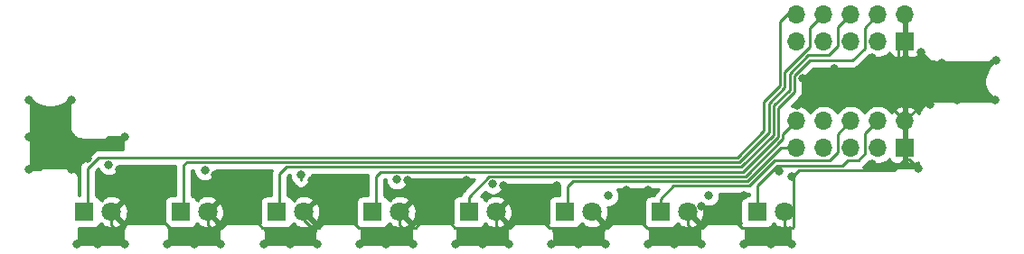
<source format=gtl>
G04 #@! TF.GenerationSoftware,KiCad,Pcbnew,(5.1.6-0-10_14)*
G04 #@! TF.CreationDate,2020-08-10T10:34:47+09:00*
G04 #@! TF.ProjectId,qPCR-photoarray,71504352-2d70-4686-9f74-6f6172726179,rev?*
G04 #@! TF.SameCoordinates,Original*
G04 #@! TF.FileFunction,Copper,L1,Top*
G04 #@! TF.FilePolarity,Positive*
%FSLAX46Y46*%
G04 Gerber Fmt 4.6, Leading zero omitted, Abs format (unit mm)*
G04 Created by KiCad (PCBNEW (5.1.6-0-10_14)) date 2020-08-10 10:34:47*
%MOMM*%
%LPD*%
G01*
G04 APERTURE LIST*
G04 #@! TA.AperFunction,ComponentPad*
%ADD10R,1.700000X1.700000*%
G04 #@! TD*
G04 #@! TA.AperFunction,ComponentPad*
%ADD11O,1.700000X1.700000*%
G04 #@! TD*
G04 #@! TA.AperFunction,ComponentPad*
%ADD12C,1.800000*%
G04 #@! TD*
G04 #@! TA.AperFunction,ComponentPad*
%ADD13R,1.800000X1.800000*%
G04 #@! TD*
G04 #@! TA.AperFunction,ViaPad*
%ADD14C,0.800000*%
G04 #@! TD*
G04 #@! TA.AperFunction,Conductor*
%ADD15C,0.250000*%
G04 #@! TD*
G04 #@! TA.AperFunction,Conductor*
%ADD16C,0.254000*%
G04 #@! TD*
G04 APERTURE END LIST*
D10*
G04 #@! TO.P,U2,1*
G04 #@! TO.N,GND*
X193095000Y-102000000D03*
D11*
G04 #@! TO.P,U2,2*
X193095000Y-99460000D03*
G04 #@! TO.P,U2,3*
G04 #@! TO.N,N/C*
X190555000Y-102000000D03*
G04 #@! TO.P,U2,4*
G04 #@! TO.N,OUT15*
X190555000Y-99460000D03*
G04 #@! TO.P,U2,5*
G04 #@! TO.N,N/C*
X188015000Y-102000000D03*
G04 #@! TO.P,U2,6*
G04 #@! TO.N,OUT13*
X188015000Y-99460000D03*
G04 #@! TO.P,U2,7*
G04 #@! TO.N,N/C*
X185475000Y-102000000D03*
G04 #@! TO.P,U2,8*
X185475000Y-99460000D03*
G04 #@! TO.P,U2,9*
G04 #@! TO.N,OUT11*
X182935000Y-102000000D03*
G04 #@! TO.P,U2,10*
G04 #@! TO.N,OUT9*
X182935000Y-99460000D03*
G04 #@! TD*
G04 #@! TO.P,U1,10*
G04 #@! TO.N,OUT1*
X182935000Y-89460000D03*
G04 #@! TO.P,U1,9*
G04 #@! TO.N,N/C*
X182935000Y-92000000D03*
G04 #@! TO.P,U1,8*
G04 #@! TO.N,OUT3*
X185475000Y-89460000D03*
G04 #@! TO.P,U1,7*
G04 #@! TO.N,N/C*
X185475000Y-92000000D03*
G04 #@! TO.P,U1,6*
G04 #@! TO.N,OUT5*
X188015000Y-89460000D03*
G04 #@! TO.P,U1,5*
G04 #@! TO.N,N/C*
X188015000Y-92000000D03*
G04 #@! TO.P,U1,4*
G04 #@! TO.N,OUT7*
X190555000Y-89460000D03*
G04 #@! TO.P,U1,3*
G04 #@! TO.N,N/C*
X190555000Y-92000000D03*
G04 #@! TO.P,U1,2*
G04 #@! TO.N,GND*
X193095000Y-89460000D03*
D10*
G04 #@! TO.P,U1,1*
X193095000Y-92000000D03*
G04 #@! TD*
D12*
G04 #@! TO.P,D1,2*
G04 #@! TO.N,GND*
X118770000Y-108000000D03*
D13*
G04 #@! TO.P,D1,1*
G04 #@! TO.N,OUT1*
X116230000Y-108000000D03*
G04 #@! TD*
D12*
G04 #@! TO.P,D3,2*
G04 #@! TO.N,GND*
X127770000Y-108000000D03*
D13*
G04 #@! TO.P,D3,1*
G04 #@! TO.N,OUT3*
X125230000Y-108000000D03*
G04 #@! TD*
D12*
G04 #@! TO.P,D5,2*
G04 #@! TO.N,GND*
X136770000Y-108000000D03*
D13*
G04 #@! TO.P,D5,1*
G04 #@! TO.N,OUT5*
X134230000Y-108000000D03*
G04 #@! TD*
D12*
G04 #@! TO.P,D7,2*
G04 #@! TO.N,GND*
X145770000Y-108000000D03*
D13*
G04 #@! TO.P,D7,1*
G04 #@! TO.N,OUT7*
X143230000Y-108000000D03*
G04 #@! TD*
G04 #@! TO.P,D9,1*
G04 #@! TO.N,OUT9*
X152230000Y-108000000D03*
D12*
G04 #@! TO.P,D9,2*
G04 #@! TO.N,GND*
X154770000Y-108000000D03*
G04 #@! TD*
G04 #@! TO.P,D11,2*
G04 #@! TO.N,GND*
X163770000Y-108000000D03*
D13*
G04 #@! TO.P,D11,1*
G04 #@! TO.N,OUT11*
X161230000Y-108000000D03*
G04 #@! TD*
G04 #@! TO.P,D13,1*
G04 #@! TO.N,OUT13*
X170230000Y-108000000D03*
D12*
G04 #@! TO.P,D13,2*
G04 #@! TO.N,GND*
X172770000Y-108000000D03*
G04 #@! TD*
G04 #@! TO.P,D15,2*
G04 #@! TO.N,GND*
X181770000Y-108000000D03*
D13*
G04 #@! TO.P,D15,1*
G04 #@! TO.N,OUT15*
X179230000Y-108000000D03*
G04 #@! TD*
D14*
G04 #@! TO.N,*
X118500000Y-103600010D03*
X127500000Y-104100000D03*
X136500000Y-104500028D03*
X145500000Y-104950038D03*
X154500000Y-105400046D03*
X165300000Y-106500000D03*
X174700000Y-106500000D03*
X181300000Y-104200000D03*
G04 #@! TO.N,GND*
X111000000Y-97500000D03*
X194500000Y-97000000D03*
X189500000Y-98000000D03*
X195400000Y-97900000D03*
X194600000Y-93000000D03*
X201600000Y-93800000D03*
X198200000Y-95500000D03*
X196500000Y-94000000D03*
X200000000Y-95000000D03*
X115000000Y-97500000D03*
X111000000Y-101000000D03*
X111000000Y-104000000D03*
X120000000Y-101000000D03*
X115000000Y-101000000D03*
X115000000Y-104000000D03*
X119500000Y-104000000D03*
X124500000Y-104000000D03*
X122000000Y-108500000D03*
X117500000Y-111000000D03*
X126500000Y-111000000D03*
X135500000Y-111000000D03*
X144500000Y-111000000D03*
X153500000Y-111000000D03*
X162500000Y-111000000D03*
X171500000Y-111000000D03*
X180500000Y-111000000D03*
X182500000Y-111000000D03*
X178000000Y-111000000D03*
X174000000Y-111000000D03*
X169000000Y-111000000D03*
X165000000Y-111000000D03*
X160000000Y-111000000D03*
X156000000Y-111000000D03*
X151000000Y-111000000D03*
X147000000Y-111000000D03*
X142000000Y-111000000D03*
X138000000Y-111000000D03*
X133000000Y-111000000D03*
X129000000Y-111000000D03*
X124000000Y-111000000D03*
X120000000Y-111000000D03*
X115500000Y-111000000D03*
X122000000Y-106000000D03*
X131000000Y-106000000D03*
X131000000Y-108500000D03*
X128500000Y-104500000D03*
X133500000Y-104500000D03*
X140000000Y-108500000D03*
X140000000Y-106000000D03*
X142500000Y-105000000D03*
X137500000Y-105000000D03*
X149000000Y-108500000D03*
X149000000Y-106500000D03*
X146500000Y-105000000D03*
X152000000Y-105000000D03*
X158000000Y-108500000D03*
X158000000Y-106500000D03*
X155500000Y-105500000D03*
X160500000Y-105500000D03*
X176000000Y-108500000D03*
X174000000Y-107500000D03*
X178000000Y-106500000D03*
X190000000Y-103500000D03*
X183500000Y-95500000D03*
X183000000Y-98000000D03*
X186500000Y-98000000D03*
X192000000Y-98000000D03*
X186500000Y-94500000D03*
X190000000Y-93500000D03*
X185500000Y-96500000D03*
X188500000Y-96000000D03*
X191000000Y-96000000D03*
X193000000Y-95500000D03*
X201500000Y-97500000D03*
X198000000Y-97500000D03*
X113000000Y-103000000D03*
X113000000Y-99000000D03*
X116500000Y-103000000D03*
X167000000Y-108500000D03*
X169000000Y-106000000D03*
X167000000Y-106000000D03*
X194300000Y-103900000D03*
X182500000Y-104700000D03*
G04 #@! TD*
D15*
G04 #@! TO.N,*
X136500000Y-105000000D02*
X136500000Y-104500028D01*
X145500000Y-105000000D02*
X145500000Y-104950038D01*
X154500000Y-105400000D02*
X154500000Y-105400046D01*
G04 #@! TO.N,GND*
X134500000Y-109500000D02*
X136500000Y-109500000D01*
X143500000Y-109500000D02*
X145500000Y-109500000D01*
X152500000Y-109500000D02*
X154500000Y-109500000D01*
X161500000Y-109500000D02*
X163500000Y-109500000D01*
X170500000Y-109500000D02*
X172500000Y-109500000D01*
X179500000Y-109500000D02*
X181500000Y-109500000D01*
X193095000Y-99460000D02*
X193095000Y-102000000D01*
X194500000Y-98055000D02*
X194500000Y-97000000D01*
X193095000Y-99460000D02*
X194500000Y-98055000D01*
X194500000Y-96000000D02*
X192500000Y-94000000D01*
X194500000Y-97000000D02*
X194500000Y-96000000D01*
X192500000Y-92595000D02*
X193095000Y-92000000D01*
X192500000Y-94000000D02*
X192500000Y-92595000D01*
X193095000Y-89460000D02*
X193095000Y-92000000D01*
X196100000Y-94500000D02*
X196500000Y-94500000D01*
X199500000Y-94500000D02*
X200000000Y-95000000D01*
X201200000Y-93800000D02*
X200000000Y-95000000D01*
X201600000Y-93800000D02*
X201200000Y-93800000D01*
X200000000Y-96000000D02*
X200000000Y-95000000D01*
X198200000Y-94500000D02*
X199500000Y-94500000D01*
X198200000Y-96300000D02*
X198200000Y-94500000D01*
X196500000Y-94500000D02*
X198200000Y-94500000D01*
X195400000Y-94400000D02*
X195700000Y-94100000D01*
X195700000Y-94100000D02*
X196100000Y-94500000D01*
X194600000Y-93000000D02*
X195700000Y-94100000D01*
X194500000Y-97000000D02*
X195400000Y-97000000D01*
X195400000Y-97000000D02*
X195400000Y-94400000D01*
X195400000Y-97900000D02*
X195400000Y-97000000D01*
X132900000Y-109500000D02*
X134500000Y-109500000D01*
X132507856Y-109107856D02*
X132900000Y-109500000D01*
X138200000Y-109500000D02*
X138575754Y-109124246D01*
X141900000Y-109500000D02*
X143500000Y-109500000D01*
X141524246Y-109124246D02*
X141900000Y-109500000D01*
X150900000Y-109500000D02*
X152500000Y-109500000D01*
X147261496Y-109500000D02*
X147637250Y-109124246D01*
X150524246Y-109124246D02*
X150900000Y-109500000D01*
X156492144Y-109107856D02*
X159407856Y-109107856D01*
X156100000Y-109500000D02*
X156492144Y-109107856D01*
X159800000Y-109500000D02*
X161500000Y-109500000D01*
X159407856Y-109107856D02*
X159800000Y-109500000D01*
X163500000Y-109500000D02*
X165200000Y-109500000D01*
X165200000Y-109500000D02*
X165592144Y-109107856D01*
X168900000Y-109500000D02*
X170500000Y-109500000D01*
X168507856Y-109107856D02*
X168900000Y-109500000D01*
X174100000Y-109500000D02*
X174492144Y-109107856D01*
X177800000Y-109500000D02*
X179500000Y-109500000D01*
X177407856Y-109107856D02*
X177800000Y-109500000D01*
X182550000Y-109500000D02*
X182625001Y-109424999D01*
X182625001Y-109424999D02*
X182625001Y-105474999D01*
X112500000Y-99000000D02*
X113000000Y-99000000D01*
X111000000Y-97500000D02*
X112500000Y-99000000D01*
X113500000Y-99000000D02*
X113000000Y-99000000D01*
X115000000Y-97500000D02*
X113500000Y-99000000D01*
X111000000Y-101000000D02*
X113000000Y-99000000D01*
X115000000Y-101000000D02*
X113000000Y-99000000D01*
X113000000Y-103000000D02*
X115000000Y-101000000D01*
X115000000Y-101500000D02*
X115000000Y-101000000D01*
X116500000Y-103000000D02*
X115000000Y-101500000D01*
X118500000Y-101000000D02*
X116500000Y-103000000D01*
X120000000Y-101000000D02*
X118500000Y-101000000D01*
X115500000Y-111000000D02*
X117500000Y-111000000D01*
X118500000Y-111000000D02*
X120000000Y-111000000D01*
X117500000Y-111000000D02*
X118500000Y-111000000D01*
X122000000Y-106000000D02*
X122000000Y-108500000D01*
X121500000Y-106000000D02*
X122000000Y-106000000D01*
X119500000Y-104000000D02*
X121500000Y-106000000D01*
X122500000Y-106000000D02*
X122000000Y-106000000D01*
X124500000Y-104000000D02*
X122500000Y-106000000D01*
X131000000Y-109000000D02*
X130892144Y-109107856D01*
X130892144Y-109107856D02*
X132507856Y-109107856D01*
X131000000Y-108500000D02*
X131000000Y-109000000D01*
X129492144Y-109107856D02*
X130892144Y-109107856D01*
X124000000Y-111000000D02*
X126500000Y-111000000D01*
X127500000Y-111000000D02*
X129000000Y-111000000D01*
X126500000Y-111000000D02*
X127500000Y-111000000D01*
X131000000Y-106000000D02*
X131000000Y-108500000D01*
X129500000Y-104500000D02*
X131000000Y-106000000D01*
X128500000Y-104500000D02*
X129500000Y-104500000D01*
X132500000Y-104500000D02*
X131000000Y-106000000D01*
X133500000Y-104500000D02*
X132500000Y-104500000D01*
X133000000Y-111000000D02*
X135500000Y-111000000D01*
X136500000Y-109500000D02*
X136500000Y-111000000D01*
X136500000Y-111000000D02*
X138000000Y-111000000D01*
X135500000Y-111000000D02*
X136500000Y-111000000D01*
X139000000Y-105000000D02*
X140000000Y-106000000D01*
X137500000Y-105000000D02*
X139000000Y-105000000D01*
X141000000Y-105000000D02*
X140000000Y-106000000D01*
X142500000Y-105000000D02*
X141000000Y-105000000D01*
X140000000Y-106000000D02*
X140000000Y-108500000D01*
X140000000Y-109000000D02*
X140124246Y-109124246D01*
X140000000Y-108500000D02*
X140000000Y-109000000D01*
X140124246Y-109124246D02*
X141524246Y-109124246D01*
X138575754Y-109124246D02*
X140124246Y-109124246D01*
X142000000Y-111000000D02*
X144500000Y-111000000D01*
X145500000Y-109500000D02*
X145500000Y-111000000D01*
X145500000Y-111000000D02*
X147000000Y-111000000D01*
X144500000Y-111000000D02*
X145500000Y-111000000D01*
X147500000Y-105000000D02*
X149000000Y-106500000D01*
X146500000Y-105000000D02*
X147500000Y-105000000D01*
X150500000Y-105000000D02*
X149000000Y-106500000D01*
X152000000Y-105000000D02*
X150500000Y-105000000D01*
X149000000Y-106500000D02*
X149000000Y-108500000D01*
X149000000Y-109000000D02*
X149124246Y-109124246D01*
X149000000Y-108500000D02*
X149000000Y-109000000D01*
X149124246Y-109124246D02*
X150524246Y-109124246D01*
X147637250Y-109124246D02*
X149124246Y-109124246D01*
X151000000Y-111000000D02*
X153500000Y-111000000D01*
X154500000Y-109500000D02*
X154500000Y-111000000D01*
X154500000Y-111000000D02*
X156000000Y-111000000D01*
X153500000Y-111000000D02*
X154500000Y-111000000D01*
X157000000Y-105500000D02*
X158000000Y-106500000D01*
X155500000Y-105500000D02*
X157000000Y-105500000D01*
X159000000Y-105500000D02*
X158000000Y-106500000D01*
X160500000Y-105500000D02*
X159000000Y-105500000D01*
X158000000Y-106500000D02*
X158000000Y-108500000D01*
X158000000Y-108500000D02*
X158000000Y-109000000D01*
X160000000Y-111000000D02*
X162500000Y-111000000D01*
X163500000Y-109500000D02*
X163500000Y-111000000D01*
X163500000Y-111000000D02*
X165000000Y-111000000D01*
X162500000Y-111000000D02*
X163500000Y-111000000D01*
X169000000Y-106000000D02*
X167000000Y-106000000D01*
X167000000Y-106000000D02*
X167000000Y-108500000D01*
X167000000Y-109000000D02*
X167107856Y-109107856D01*
X167000000Y-108500000D02*
X167000000Y-109000000D01*
X167107856Y-109107856D02*
X168507856Y-109107856D01*
X165592144Y-109107856D02*
X167107856Y-109107856D01*
X169000000Y-111000000D02*
X171500000Y-111000000D01*
X172500000Y-109500000D02*
X172500000Y-111000000D01*
X172500000Y-111000000D02*
X174000000Y-111000000D01*
X171500000Y-111000000D02*
X172500000Y-111000000D01*
X175000000Y-107500000D02*
X176000000Y-108500000D01*
X174000000Y-107500000D02*
X175000000Y-107500000D01*
X178000000Y-106500000D02*
X176000000Y-108500000D01*
X176000000Y-108500000D02*
X176000000Y-109000000D01*
X176000000Y-109000000D02*
X175892144Y-109107856D01*
X175892144Y-109107856D02*
X177407856Y-109107856D01*
X174492144Y-109107856D02*
X175892144Y-109107856D01*
X178000000Y-111000000D02*
X180500000Y-111000000D01*
X181500000Y-109500000D02*
X181500000Y-111000000D01*
X181500000Y-111000000D02*
X182500000Y-111000000D01*
X180500000Y-111000000D02*
X181500000Y-111000000D01*
X183500000Y-97500000D02*
X183500000Y-95500000D01*
X183000000Y-98000000D02*
X183500000Y-97500000D01*
X192000000Y-98365000D02*
X193095000Y-99460000D01*
X192000000Y-98000000D02*
X192000000Y-98365000D01*
X192000000Y-98000000D02*
X189500000Y-98000000D01*
X189500000Y-98000000D02*
X186500000Y-98000000D01*
X186500000Y-98000000D02*
X183000000Y-98000000D01*
X185500000Y-95500000D02*
X186500000Y-94500000D01*
X183500000Y-95500000D02*
X185500000Y-95500000D01*
X185500000Y-96500000D02*
X185500000Y-95500000D01*
X186000000Y-96000000D02*
X185500000Y-96500000D01*
X188500000Y-96000000D02*
X186000000Y-96000000D01*
X188500000Y-96000000D02*
X191000000Y-96000000D01*
X190000000Y-95000000D02*
X191000000Y-96000000D01*
X190000000Y-93500000D02*
X190000000Y-95000000D01*
X191500000Y-95500000D02*
X191000000Y-96000000D01*
X193000000Y-95500000D02*
X191500000Y-95500000D01*
X198000000Y-96500000D02*
X198200000Y-96300000D01*
X198000000Y-97500000D02*
X198000000Y-96500000D01*
X201500000Y-97500000D02*
X200000000Y-96000000D01*
X183136506Y-104124990D02*
X182624990Y-104636506D01*
X193095000Y-103100000D02*
X192070010Y-104124990D01*
X193095000Y-102000000D02*
X193095000Y-103100000D01*
X190000000Y-104049980D02*
X189924990Y-104124990D01*
X190000000Y-103500000D02*
X190000000Y-104049980D01*
X189924990Y-104124990D02*
X183136506Y-104124990D01*
X192070010Y-104124990D02*
X189924990Y-104124990D01*
X182500000Y-104850020D02*
X182624990Y-104975010D01*
X182500000Y-104700000D02*
X182500000Y-104850020D01*
X182624990Y-104975010D02*
X182624990Y-105474999D01*
X182624990Y-104636506D02*
X182624990Y-104975010D01*
X193500000Y-103100000D02*
X193095000Y-103100000D01*
X194300000Y-103900000D02*
X193500000Y-103100000D01*
X112000000Y-104000000D02*
X113000000Y-103000000D01*
X111000000Y-104000000D02*
X112000000Y-104000000D01*
X172500000Y-107400000D02*
X172800000Y-107700000D01*
X129100000Y-109500000D02*
X129492144Y-109107856D01*
X127500000Y-109500000D02*
X127500000Y-111000000D01*
X125500000Y-109500000D02*
X127500000Y-109500000D01*
X124200000Y-109500000D02*
X125500000Y-109500000D01*
X123807856Y-109107856D02*
X124200000Y-109500000D01*
X122000000Y-108500000D02*
X122000000Y-109000000D01*
X122000000Y-109000000D02*
X121892144Y-109107856D01*
X121892144Y-109107856D02*
X123807856Y-109107856D01*
X120192144Y-109107856D02*
X121892144Y-109107856D01*
X119800000Y-109500000D02*
X120192144Y-109107856D01*
X118500000Y-109500000D02*
X118500000Y-111000000D01*
X181770000Y-109270000D02*
X182000000Y-109500000D01*
X182000000Y-109500000D02*
X182550000Y-109500000D01*
X181770000Y-108000000D02*
X181770000Y-109270000D01*
X181500000Y-109500000D02*
X182000000Y-109500000D01*
X172770000Y-109270000D02*
X173000000Y-109500000D01*
X172770000Y-108000000D02*
X172770000Y-109270000D01*
X173000000Y-109500000D02*
X174100000Y-109500000D01*
X172500000Y-109500000D02*
X173000000Y-109500000D01*
X154770000Y-109270000D02*
X155000000Y-109500000D01*
X154770000Y-108000000D02*
X154770000Y-109270000D01*
X155000000Y-109500000D02*
X156100000Y-109500000D01*
X154500000Y-109500000D02*
X155000000Y-109500000D01*
X145770000Y-109270000D02*
X146000000Y-109500000D01*
X146000000Y-109500000D02*
X147261496Y-109500000D01*
X145770000Y-108000000D02*
X145770000Y-109270000D01*
X145500000Y-109500000D02*
X146000000Y-109500000D01*
X136770000Y-108770000D02*
X137500000Y-109500000D01*
X136770000Y-108000000D02*
X136770000Y-108770000D01*
X137500000Y-109500000D02*
X138200000Y-109500000D01*
X136500000Y-109500000D02*
X137500000Y-109500000D01*
X127770000Y-109270000D02*
X128000000Y-109500000D01*
X127770000Y-108000000D02*
X127770000Y-109270000D01*
X128000000Y-109500000D02*
X129100000Y-109500000D01*
X127500000Y-109500000D02*
X128000000Y-109500000D01*
X118770000Y-108000000D02*
X118770000Y-109270000D01*
X119000000Y-109500000D02*
X119800000Y-109500000D01*
X118770000Y-109270000D02*
X119000000Y-109500000D01*
X118500000Y-109500000D02*
X119000000Y-109500000D01*
G04 #@! TO.N,OUT1*
X182040000Y-89460000D02*
X182935000Y-89460000D01*
X181375010Y-90124990D02*
X182040000Y-89460000D01*
X117524990Y-102875010D02*
X177386674Y-102875010D01*
X116500000Y-103900000D02*
X117524990Y-102875010D01*
X177386674Y-102875010D02*
X179875010Y-100386674D01*
X181375010Y-96155334D02*
X181375010Y-94524990D01*
X179875010Y-97655334D02*
X181375010Y-96155334D01*
X179875010Y-100386674D02*
X179875010Y-97655334D01*
X181375010Y-94524990D02*
X181375010Y-90124990D01*
X181375010Y-94655334D02*
X181375010Y-94524990D01*
X116500000Y-107730000D02*
X116230000Y-108000000D01*
X116500000Y-103900000D02*
X116500000Y-107730000D01*
G04 #@! TO.N,OUT3*
X125800000Y-103325020D02*
X177573075Y-103325019D01*
X125500000Y-103625020D02*
X125800000Y-103325020D01*
X184200000Y-90735000D02*
X185475000Y-89460000D01*
X184200000Y-92466754D02*
X184200000Y-90735000D01*
X177573075Y-103325019D02*
X180325020Y-100573074D01*
X180325020Y-100573074D02*
X180325020Y-97841734D01*
X180325020Y-97841734D02*
X181825020Y-96341734D01*
X181825020Y-94841734D02*
X181825020Y-96341734D01*
X184200000Y-92466754D02*
X181825020Y-94841734D01*
X125500000Y-107730000D02*
X125230000Y-108000000D01*
X125500000Y-103625020D02*
X125500000Y-107730000D01*
G04 #@! TO.N,OUT5*
X186800000Y-90675000D02*
X188015000Y-89460000D01*
X186800000Y-92414002D02*
X186800000Y-90675000D01*
X184003164Y-93300000D02*
X185914002Y-93300000D01*
X185914002Y-93300000D02*
X186800000Y-92414002D01*
X134500000Y-104400000D02*
X135124972Y-103775028D01*
X135124972Y-103775028D02*
X177759476Y-103775028D01*
X182275030Y-95028134D02*
X184003164Y-93300000D01*
X180775030Y-98028134D02*
X182275030Y-96528134D01*
X182275030Y-96528134D02*
X182275030Y-95028134D01*
X180775030Y-100759474D02*
X180775030Y-98028134D01*
X177759476Y-103775028D02*
X180775030Y-100759474D01*
X134500000Y-107730000D02*
X134230000Y-108000000D01*
X134500000Y-104400000D02*
X134500000Y-107730000D01*
G04 #@! TO.N,OUT7*
X184189564Y-93750010D02*
X188193990Y-93750010D01*
X188193990Y-93750010D02*
X189300000Y-92644000D01*
X189300000Y-90715000D02*
X190555000Y-89460000D01*
X144000000Y-104225038D02*
X177945877Y-104225037D01*
X143500000Y-104725038D02*
X144000000Y-104225038D01*
X189300000Y-92644000D02*
X189300000Y-90715000D01*
X181225039Y-98214535D02*
X182725040Y-96714534D01*
X181225039Y-100945875D02*
X181225039Y-98214535D01*
X177945877Y-104225037D02*
X181225039Y-100945875D01*
X182725040Y-96714534D02*
X182725040Y-95214534D01*
X182725040Y-95214534D02*
X184189564Y-93750010D01*
X143500000Y-107730000D02*
X143230000Y-108000000D01*
X143500000Y-104725038D02*
X143500000Y-107730000D01*
G04 #@! TO.N,OUT9*
X181675049Y-100719951D02*
X182935000Y-99460000D01*
X181675049Y-101132275D02*
X181675049Y-100719951D01*
X178132278Y-104675046D02*
X181675049Y-101132275D01*
X152230000Y-106597044D02*
X152230000Y-108000000D01*
X154151999Y-104675045D02*
X152230000Y-106597044D01*
X178132278Y-104675046D02*
X154151999Y-104675045D01*
G04 #@! TO.N,OUT11*
X181443734Y-102000000D02*
X182935000Y-102000000D01*
X178318679Y-105125055D02*
X181443734Y-102000000D01*
X161500000Y-105625056D02*
X162000000Y-105125056D01*
X162000000Y-105125056D02*
X178318679Y-105125055D01*
X161500000Y-107730000D02*
X161230000Y-108000000D01*
X161500000Y-105625056D02*
X161500000Y-107730000D01*
G04 #@! TO.N,OUT13*
X170500000Y-107400000D02*
X169800000Y-108100000D01*
X186800000Y-100675000D02*
X188015000Y-99460000D01*
X186800000Y-102414002D02*
X186800000Y-100675000D01*
X186014002Y-103200000D02*
X186800000Y-102414002D01*
X178524936Y-105575064D02*
X180900000Y-103200000D01*
X180900000Y-103200000D02*
X186014002Y-103200000D01*
X171424936Y-105575064D02*
X178524936Y-105575064D01*
X170230000Y-106770000D02*
X171424936Y-105575064D01*
X170230000Y-108000000D02*
X170230000Y-106770000D01*
G04 #@! TO.N,OUT15*
X189379999Y-100635001D02*
X190555000Y-99460000D01*
X188724999Y-103175001D02*
X189379999Y-102520001D01*
X181086400Y-103650010D02*
X187249990Y-103650010D01*
X187724999Y-103175001D02*
X188724999Y-103175001D01*
X189379999Y-102520001D02*
X189379999Y-100635001D01*
X187249990Y-103650010D02*
X187724999Y-103175001D01*
X179230000Y-105506410D02*
X181086400Y-103650010D01*
X179230000Y-108000000D02*
X179230000Y-105506410D01*
G04 #@! TD*
D16*
G04 #@! TO.N,GND*
G36*
X178470001Y-106461928D02*
G01*
X178330000Y-106461928D01*
X178205518Y-106474188D01*
X178085820Y-106510498D01*
X177975506Y-106569463D01*
X177878815Y-106648815D01*
X177799463Y-106745506D01*
X177740498Y-106855820D01*
X177704188Y-106975518D01*
X177691928Y-107100000D01*
X177691928Y-108900000D01*
X177704188Y-109024482D01*
X177713772Y-109056076D01*
X177709640Y-109052706D01*
X177657959Y-109018368D01*
X177606694Y-108983267D01*
X177598281Y-108978718D01*
X177512120Y-108932906D01*
X177454704Y-108909242D01*
X177397661Y-108884792D01*
X177388525Y-108881964D01*
X177295107Y-108853759D01*
X177234195Y-108841698D01*
X177173471Y-108828791D01*
X177163959Y-108827791D01*
X177066841Y-108818269D01*
X177066837Y-108818269D01*
X177033647Y-108815000D01*
X174966353Y-108815000D01*
X174937399Y-108817852D01*
X174934427Y-108817831D01*
X174924909Y-108818764D01*
X174876790Y-108823821D01*
X174865717Y-108824912D01*
X174865348Y-108825024D01*
X174827860Y-108828964D01*
X174767017Y-108841453D01*
X174706058Y-108853082D01*
X174696902Y-108855846D01*
X174603683Y-108884702D01*
X174546434Y-108908768D01*
X174488881Y-108932021D01*
X174480436Y-108936511D01*
X174394598Y-108982923D01*
X174343115Y-109017650D01*
X174291179Y-109051636D01*
X174283767Y-109057680D01*
X174208579Y-109119882D01*
X174164818Y-109163949D01*
X174120478Y-109207370D01*
X174114381Y-109214739D01*
X174052706Y-109290360D01*
X174018368Y-109342041D01*
X173983267Y-109393306D01*
X173978718Y-109401719D01*
X173932906Y-109487880D01*
X173909242Y-109545296D01*
X173884792Y-109602339D01*
X173881964Y-109611475D01*
X173853759Y-109704893D01*
X173841698Y-109765805D01*
X173828791Y-109826529D01*
X173827791Y-109836041D01*
X173818269Y-109933159D01*
X173818269Y-109933173D01*
X173815001Y-109966353D01*
X173815000Y-110815000D01*
X169185000Y-110815000D01*
X169185000Y-109966353D01*
X169182148Y-109937399D01*
X169182169Y-109934427D01*
X169181236Y-109924909D01*
X169176179Y-109876790D01*
X169175088Y-109865717D01*
X169174976Y-109865348D01*
X169171036Y-109827860D01*
X169158547Y-109767017D01*
X169146918Y-109706058D01*
X169144154Y-109696902D01*
X169115298Y-109603683D01*
X169091232Y-109546434D01*
X169067979Y-109488881D01*
X169063489Y-109480436D01*
X169061306Y-109476399D01*
X169085820Y-109489502D01*
X169205518Y-109525812D01*
X169330000Y-109538072D01*
X171130000Y-109538072D01*
X171254482Y-109525812D01*
X171374180Y-109489502D01*
X171484494Y-109430537D01*
X171581185Y-109351185D01*
X171660537Y-109254494D01*
X171719502Y-109144180D01*
X171722813Y-109133265D01*
X171769578Y-109180030D01*
X171885526Y-109064082D01*
X171969208Y-109318261D01*
X172241775Y-109449158D01*
X172534642Y-109524365D01*
X172836553Y-109540991D01*
X173135907Y-109498397D01*
X173421199Y-109398222D01*
X173570792Y-109318261D01*
X173654475Y-109064080D01*
X172770000Y-108179605D01*
X172755858Y-108193748D01*
X172576253Y-108014143D01*
X172590395Y-108000000D01*
X172576253Y-107985858D01*
X172755858Y-107806253D01*
X172770000Y-107820395D01*
X172784143Y-107806253D01*
X172963748Y-107985858D01*
X172949605Y-108000000D01*
X173834080Y-108884475D01*
X174088261Y-108800792D01*
X174219158Y-108528225D01*
X174294365Y-108235358D01*
X174310991Y-107933447D01*
X174268397Y-107634093D01*
X174186875Y-107401925D01*
X174209744Y-107417205D01*
X174398102Y-107495226D01*
X174598061Y-107535000D01*
X174801939Y-107535000D01*
X175001898Y-107495226D01*
X175190256Y-107417205D01*
X175359774Y-107303937D01*
X175503937Y-107159774D01*
X175617205Y-106990256D01*
X175695226Y-106801898D01*
X175735000Y-106601939D01*
X175735000Y-106398061D01*
X175722469Y-106335064D01*
X178470001Y-106335064D01*
X178470001Y-106461928D01*
G37*
X178470001Y-106461928D02*
X178330000Y-106461928D01*
X178205518Y-106474188D01*
X178085820Y-106510498D01*
X177975506Y-106569463D01*
X177878815Y-106648815D01*
X177799463Y-106745506D01*
X177740498Y-106855820D01*
X177704188Y-106975518D01*
X177691928Y-107100000D01*
X177691928Y-108900000D01*
X177704188Y-109024482D01*
X177713772Y-109056076D01*
X177709640Y-109052706D01*
X177657959Y-109018368D01*
X177606694Y-108983267D01*
X177598281Y-108978718D01*
X177512120Y-108932906D01*
X177454704Y-108909242D01*
X177397661Y-108884792D01*
X177388525Y-108881964D01*
X177295107Y-108853759D01*
X177234195Y-108841698D01*
X177173471Y-108828791D01*
X177163959Y-108827791D01*
X177066841Y-108818269D01*
X177066837Y-108818269D01*
X177033647Y-108815000D01*
X174966353Y-108815000D01*
X174937399Y-108817852D01*
X174934427Y-108817831D01*
X174924909Y-108818764D01*
X174876790Y-108823821D01*
X174865717Y-108824912D01*
X174865348Y-108825024D01*
X174827860Y-108828964D01*
X174767017Y-108841453D01*
X174706058Y-108853082D01*
X174696902Y-108855846D01*
X174603683Y-108884702D01*
X174546434Y-108908768D01*
X174488881Y-108932021D01*
X174480436Y-108936511D01*
X174394598Y-108982923D01*
X174343115Y-109017650D01*
X174291179Y-109051636D01*
X174283767Y-109057680D01*
X174208579Y-109119882D01*
X174164818Y-109163949D01*
X174120478Y-109207370D01*
X174114381Y-109214739D01*
X174052706Y-109290360D01*
X174018368Y-109342041D01*
X173983267Y-109393306D01*
X173978718Y-109401719D01*
X173932906Y-109487880D01*
X173909242Y-109545296D01*
X173884792Y-109602339D01*
X173881964Y-109611475D01*
X173853759Y-109704893D01*
X173841698Y-109765805D01*
X173828791Y-109826529D01*
X173827791Y-109836041D01*
X173818269Y-109933159D01*
X173818269Y-109933173D01*
X173815001Y-109966353D01*
X173815000Y-110815000D01*
X169185000Y-110815000D01*
X169185000Y-109966353D01*
X169182148Y-109937399D01*
X169182169Y-109934427D01*
X169181236Y-109924909D01*
X169176179Y-109876790D01*
X169175088Y-109865717D01*
X169174976Y-109865348D01*
X169171036Y-109827860D01*
X169158547Y-109767017D01*
X169146918Y-109706058D01*
X169144154Y-109696902D01*
X169115298Y-109603683D01*
X169091232Y-109546434D01*
X169067979Y-109488881D01*
X169063489Y-109480436D01*
X169061306Y-109476399D01*
X169085820Y-109489502D01*
X169205518Y-109525812D01*
X169330000Y-109538072D01*
X171130000Y-109538072D01*
X171254482Y-109525812D01*
X171374180Y-109489502D01*
X171484494Y-109430537D01*
X171581185Y-109351185D01*
X171660537Y-109254494D01*
X171719502Y-109144180D01*
X171722813Y-109133265D01*
X171769578Y-109180030D01*
X171885526Y-109064082D01*
X171969208Y-109318261D01*
X172241775Y-109449158D01*
X172534642Y-109524365D01*
X172836553Y-109540991D01*
X173135907Y-109498397D01*
X173421199Y-109398222D01*
X173570792Y-109318261D01*
X173654475Y-109064080D01*
X172770000Y-108179605D01*
X172755858Y-108193748D01*
X172576253Y-108014143D01*
X172590395Y-108000000D01*
X172576253Y-107985858D01*
X172755858Y-107806253D01*
X172770000Y-107820395D01*
X172784143Y-107806253D01*
X172963748Y-107985858D01*
X172949605Y-108000000D01*
X173834080Y-108884475D01*
X174088261Y-108800792D01*
X174219158Y-108528225D01*
X174294365Y-108235358D01*
X174310991Y-107933447D01*
X174268397Y-107634093D01*
X174186875Y-107401925D01*
X174209744Y-107417205D01*
X174398102Y-107495226D01*
X174598061Y-107535000D01*
X174801939Y-107535000D01*
X175001898Y-107495226D01*
X175190256Y-107417205D01*
X175359774Y-107303937D01*
X175503937Y-107159774D01*
X175617205Y-106990256D01*
X175695226Y-106801898D01*
X175735000Y-106601939D01*
X175735000Y-106398061D01*
X175722469Y-106335064D01*
X178470001Y-106335064D01*
X178470001Y-106461928D01*
G36*
X151719003Y-106033240D02*
G01*
X151689999Y-106057043D01*
X151642382Y-106115065D01*
X151595026Y-106172768D01*
X151564435Y-106229999D01*
X151524454Y-106304798D01*
X151480997Y-106448059D01*
X151479631Y-106461928D01*
X151330000Y-106461928D01*
X151205518Y-106474188D01*
X151085820Y-106510498D01*
X150975506Y-106569463D01*
X150878815Y-106648815D01*
X150799463Y-106745506D01*
X150740498Y-106855820D01*
X150704188Y-106975518D01*
X150691928Y-107100000D01*
X150691928Y-108900000D01*
X150704188Y-109024482D01*
X150713772Y-109056076D01*
X150709640Y-109052706D01*
X150657959Y-109018368D01*
X150606694Y-108983267D01*
X150598281Y-108978718D01*
X150512120Y-108932906D01*
X150454704Y-108909242D01*
X150397661Y-108884792D01*
X150388525Y-108881964D01*
X150295107Y-108853759D01*
X150234195Y-108841698D01*
X150173471Y-108828791D01*
X150163959Y-108827791D01*
X150066841Y-108818269D01*
X150066837Y-108818269D01*
X150033647Y-108815000D01*
X147966353Y-108815000D01*
X147937399Y-108817852D01*
X147934427Y-108817831D01*
X147924909Y-108818764D01*
X147876790Y-108823821D01*
X147865717Y-108824912D01*
X147865348Y-108825024D01*
X147827860Y-108828964D01*
X147767017Y-108841453D01*
X147706058Y-108853082D01*
X147696902Y-108855846D01*
X147603683Y-108884702D01*
X147546434Y-108908768D01*
X147488881Y-108932021D01*
X147480436Y-108936511D01*
X147394598Y-108982923D01*
X147343115Y-109017650D01*
X147291179Y-109051636D01*
X147283767Y-109057680D01*
X147208579Y-109119882D01*
X147164818Y-109163949D01*
X147120478Y-109207370D01*
X147114381Y-109214739D01*
X147052706Y-109290360D01*
X147018368Y-109342041D01*
X146983267Y-109393306D01*
X146978718Y-109401719D01*
X146932906Y-109487880D01*
X146909242Y-109545296D01*
X146884792Y-109602339D01*
X146881964Y-109611475D01*
X146853759Y-109704893D01*
X146841698Y-109765805D01*
X146828791Y-109826529D01*
X146827791Y-109836041D01*
X146818269Y-109933159D01*
X146818269Y-109933173D01*
X146815001Y-109966353D01*
X146815000Y-110815000D01*
X142185000Y-110815000D01*
X142185000Y-109966353D01*
X142182148Y-109937399D01*
X142182169Y-109934427D01*
X142181236Y-109924909D01*
X142176179Y-109876790D01*
X142175088Y-109865717D01*
X142174976Y-109865348D01*
X142171036Y-109827860D01*
X142158547Y-109767017D01*
X142146918Y-109706058D01*
X142144154Y-109696902D01*
X142115298Y-109603683D01*
X142091232Y-109546434D01*
X142067979Y-109488881D01*
X142063489Y-109480436D01*
X142061306Y-109476399D01*
X142085820Y-109489502D01*
X142205518Y-109525812D01*
X142330000Y-109538072D01*
X144130000Y-109538072D01*
X144254482Y-109525812D01*
X144374180Y-109489502D01*
X144484494Y-109430537D01*
X144581185Y-109351185D01*
X144660537Y-109254494D01*
X144719502Y-109144180D01*
X144722813Y-109133265D01*
X144769578Y-109180030D01*
X144885526Y-109064082D01*
X144969208Y-109318261D01*
X145241775Y-109449158D01*
X145534642Y-109524365D01*
X145836553Y-109540991D01*
X146135907Y-109498397D01*
X146421199Y-109398222D01*
X146570792Y-109318261D01*
X146654475Y-109064080D01*
X145770000Y-108179605D01*
X145755858Y-108193748D01*
X145576253Y-108014143D01*
X145590395Y-108000000D01*
X145949605Y-108000000D01*
X146834080Y-108884475D01*
X147088261Y-108800792D01*
X147219158Y-108528225D01*
X147294365Y-108235358D01*
X147310991Y-107933447D01*
X147268397Y-107634093D01*
X147168222Y-107348801D01*
X147088261Y-107199208D01*
X146834080Y-107115525D01*
X145949605Y-108000000D01*
X145590395Y-108000000D01*
X145576253Y-107985858D01*
X145755858Y-107806253D01*
X145770000Y-107820395D01*
X146654475Y-106935920D01*
X146570792Y-106681739D01*
X146298225Y-106550842D01*
X146005358Y-106475635D01*
X145703447Y-106459009D01*
X145404093Y-106501603D01*
X145118801Y-106601778D01*
X144969208Y-106681739D01*
X144885526Y-106935918D01*
X144769578Y-106819970D01*
X144722813Y-106866735D01*
X144719502Y-106855820D01*
X144660537Y-106745506D01*
X144581185Y-106648815D01*
X144484494Y-106569463D01*
X144374180Y-106510498D01*
X144260000Y-106475862D01*
X144260000Y-105039839D01*
X144314801Y-104985038D01*
X144465000Y-104985038D01*
X144465000Y-105051977D01*
X144504774Y-105251936D01*
X144582795Y-105440294D01*
X144696063Y-105609812D01*
X144840226Y-105753975D01*
X145009744Y-105867243D01*
X145198102Y-105945264D01*
X145398061Y-105985038D01*
X145601939Y-105985038D01*
X145801898Y-105945264D01*
X145990256Y-105867243D01*
X146159774Y-105753975D01*
X146303937Y-105609812D01*
X146417205Y-105440294D01*
X146495226Y-105251936D01*
X146535000Y-105051977D01*
X146535000Y-104985038D01*
X152767205Y-104985037D01*
X151719003Y-106033240D01*
G37*
X151719003Y-106033240D02*
X151689999Y-106057043D01*
X151642382Y-106115065D01*
X151595026Y-106172768D01*
X151564435Y-106229999D01*
X151524454Y-106304798D01*
X151480997Y-106448059D01*
X151479631Y-106461928D01*
X151330000Y-106461928D01*
X151205518Y-106474188D01*
X151085820Y-106510498D01*
X150975506Y-106569463D01*
X150878815Y-106648815D01*
X150799463Y-106745506D01*
X150740498Y-106855820D01*
X150704188Y-106975518D01*
X150691928Y-107100000D01*
X150691928Y-108900000D01*
X150704188Y-109024482D01*
X150713772Y-109056076D01*
X150709640Y-109052706D01*
X150657959Y-109018368D01*
X150606694Y-108983267D01*
X150598281Y-108978718D01*
X150512120Y-108932906D01*
X150454704Y-108909242D01*
X150397661Y-108884792D01*
X150388525Y-108881964D01*
X150295107Y-108853759D01*
X150234195Y-108841698D01*
X150173471Y-108828791D01*
X150163959Y-108827791D01*
X150066841Y-108818269D01*
X150066837Y-108818269D01*
X150033647Y-108815000D01*
X147966353Y-108815000D01*
X147937399Y-108817852D01*
X147934427Y-108817831D01*
X147924909Y-108818764D01*
X147876790Y-108823821D01*
X147865717Y-108824912D01*
X147865348Y-108825024D01*
X147827860Y-108828964D01*
X147767017Y-108841453D01*
X147706058Y-108853082D01*
X147696902Y-108855846D01*
X147603683Y-108884702D01*
X147546434Y-108908768D01*
X147488881Y-108932021D01*
X147480436Y-108936511D01*
X147394598Y-108982923D01*
X147343115Y-109017650D01*
X147291179Y-109051636D01*
X147283767Y-109057680D01*
X147208579Y-109119882D01*
X147164818Y-109163949D01*
X147120478Y-109207370D01*
X147114381Y-109214739D01*
X147052706Y-109290360D01*
X147018368Y-109342041D01*
X146983267Y-109393306D01*
X146978718Y-109401719D01*
X146932906Y-109487880D01*
X146909242Y-109545296D01*
X146884792Y-109602339D01*
X146881964Y-109611475D01*
X146853759Y-109704893D01*
X146841698Y-109765805D01*
X146828791Y-109826529D01*
X146827791Y-109836041D01*
X146818269Y-109933159D01*
X146818269Y-109933173D01*
X146815001Y-109966353D01*
X146815000Y-110815000D01*
X142185000Y-110815000D01*
X142185000Y-109966353D01*
X142182148Y-109937399D01*
X142182169Y-109934427D01*
X142181236Y-109924909D01*
X142176179Y-109876790D01*
X142175088Y-109865717D01*
X142174976Y-109865348D01*
X142171036Y-109827860D01*
X142158547Y-109767017D01*
X142146918Y-109706058D01*
X142144154Y-109696902D01*
X142115298Y-109603683D01*
X142091232Y-109546434D01*
X142067979Y-109488881D01*
X142063489Y-109480436D01*
X142061306Y-109476399D01*
X142085820Y-109489502D01*
X142205518Y-109525812D01*
X142330000Y-109538072D01*
X144130000Y-109538072D01*
X144254482Y-109525812D01*
X144374180Y-109489502D01*
X144484494Y-109430537D01*
X144581185Y-109351185D01*
X144660537Y-109254494D01*
X144719502Y-109144180D01*
X144722813Y-109133265D01*
X144769578Y-109180030D01*
X144885526Y-109064082D01*
X144969208Y-109318261D01*
X145241775Y-109449158D01*
X145534642Y-109524365D01*
X145836553Y-109540991D01*
X146135907Y-109498397D01*
X146421199Y-109398222D01*
X146570792Y-109318261D01*
X146654475Y-109064080D01*
X145770000Y-108179605D01*
X145755858Y-108193748D01*
X145576253Y-108014143D01*
X145590395Y-108000000D01*
X145949605Y-108000000D01*
X146834080Y-108884475D01*
X147088261Y-108800792D01*
X147219158Y-108528225D01*
X147294365Y-108235358D01*
X147310991Y-107933447D01*
X147268397Y-107634093D01*
X147168222Y-107348801D01*
X147088261Y-107199208D01*
X146834080Y-107115525D01*
X145949605Y-108000000D01*
X145590395Y-108000000D01*
X145576253Y-107985858D01*
X145755858Y-107806253D01*
X145770000Y-107820395D01*
X146654475Y-106935920D01*
X146570792Y-106681739D01*
X146298225Y-106550842D01*
X146005358Y-106475635D01*
X145703447Y-106459009D01*
X145404093Y-106501603D01*
X145118801Y-106601778D01*
X144969208Y-106681739D01*
X144885526Y-106935918D01*
X144769578Y-106819970D01*
X144722813Y-106866735D01*
X144719502Y-106855820D01*
X144660537Y-106745506D01*
X144581185Y-106648815D01*
X144484494Y-106569463D01*
X144374180Y-106510498D01*
X144260000Y-106475862D01*
X144260000Y-105039839D01*
X144314801Y-104985038D01*
X144465000Y-104985038D01*
X144465000Y-105051977D01*
X144504774Y-105251936D01*
X144582795Y-105440294D01*
X144696063Y-105609812D01*
X144840226Y-105753975D01*
X145009744Y-105867243D01*
X145198102Y-105945264D01*
X145398061Y-105985038D01*
X145601939Y-105985038D01*
X145801898Y-105945264D01*
X145990256Y-105867243D01*
X146159774Y-105753975D01*
X146303937Y-105609812D01*
X146417205Y-105440294D01*
X146495226Y-105251936D01*
X146535000Y-105051977D01*
X146535000Y-104985038D01*
X152767205Y-104985037D01*
X151719003Y-106033240D01*
G36*
X180969208Y-109318261D02*
G01*
X181241775Y-109449158D01*
X181534642Y-109524365D01*
X181836553Y-109540991D01*
X182135907Y-109498397D01*
X182315000Y-109435512D01*
X182315000Y-110815000D01*
X178185000Y-110815000D01*
X178185000Y-109966353D01*
X178182148Y-109937399D01*
X178182169Y-109934427D01*
X178181236Y-109924909D01*
X178176179Y-109876790D01*
X178175088Y-109865717D01*
X178174976Y-109865348D01*
X178171036Y-109827860D01*
X178158547Y-109767017D01*
X178146918Y-109706058D01*
X178144154Y-109696902D01*
X178115298Y-109603683D01*
X178091232Y-109546434D01*
X178067979Y-109488881D01*
X178063489Y-109480436D01*
X178061306Y-109476399D01*
X178085820Y-109489502D01*
X178205518Y-109525812D01*
X178330000Y-109538072D01*
X180130000Y-109538072D01*
X180254482Y-109525812D01*
X180374180Y-109489502D01*
X180484494Y-109430537D01*
X180581185Y-109351185D01*
X180660537Y-109254494D01*
X180719502Y-109144180D01*
X180722813Y-109133265D01*
X180769578Y-109180030D01*
X180885526Y-109064082D01*
X180969208Y-109318261D01*
G37*
X180969208Y-109318261D02*
X181241775Y-109449158D01*
X181534642Y-109524365D01*
X181836553Y-109540991D01*
X182135907Y-109498397D01*
X182315000Y-109435512D01*
X182315000Y-110815000D01*
X178185000Y-110815000D01*
X178185000Y-109966353D01*
X178182148Y-109937399D01*
X178182169Y-109934427D01*
X178181236Y-109924909D01*
X178176179Y-109876790D01*
X178175088Y-109865717D01*
X178174976Y-109865348D01*
X178171036Y-109827860D01*
X178158547Y-109767017D01*
X178146918Y-109706058D01*
X178144154Y-109696902D01*
X178115298Y-109603683D01*
X178091232Y-109546434D01*
X178067979Y-109488881D01*
X178063489Y-109480436D01*
X178061306Y-109476399D01*
X178085820Y-109489502D01*
X178205518Y-109525812D01*
X178330000Y-109538072D01*
X180130000Y-109538072D01*
X180254482Y-109525812D01*
X180374180Y-109489502D01*
X180484494Y-109430537D01*
X180581185Y-109351185D01*
X180660537Y-109254494D01*
X180719502Y-109144180D01*
X180722813Y-109133265D01*
X180769578Y-109180030D01*
X180885526Y-109064082D01*
X180969208Y-109318261D01*
G36*
X126465000Y-104201939D02*
G01*
X126504774Y-104401898D01*
X126582795Y-104590256D01*
X126696063Y-104759774D01*
X126840226Y-104903937D01*
X127009744Y-105017205D01*
X127198102Y-105095226D01*
X127398061Y-105135000D01*
X127601939Y-105135000D01*
X127801898Y-105095226D01*
X127990256Y-105017205D01*
X128159774Y-104903937D01*
X128303937Y-104759774D01*
X128417205Y-104590256D01*
X128495226Y-104401898D01*
X128535000Y-104201939D01*
X128535000Y-104085020D01*
X133806606Y-104085020D01*
X133794454Y-104107754D01*
X133750997Y-104251015D01*
X133740000Y-104362668D01*
X133740000Y-104362678D01*
X133736324Y-104400000D01*
X133740000Y-104437323D01*
X133740001Y-106461928D01*
X133330000Y-106461928D01*
X133205518Y-106474188D01*
X133085820Y-106510498D01*
X132975506Y-106569463D01*
X132878815Y-106648815D01*
X132799463Y-106745506D01*
X132740498Y-106855820D01*
X132704188Y-106975518D01*
X132691928Y-107100000D01*
X132691928Y-108900000D01*
X132704188Y-109024482D01*
X132713772Y-109056076D01*
X132709640Y-109052706D01*
X132657959Y-109018368D01*
X132606694Y-108983267D01*
X132598281Y-108978718D01*
X132512120Y-108932906D01*
X132454704Y-108909242D01*
X132397661Y-108884792D01*
X132388525Y-108881964D01*
X132295107Y-108853759D01*
X132234195Y-108841698D01*
X132173471Y-108828791D01*
X132163959Y-108827791D01*
X132066841Y-108818269D01*
X132066837Y-108818269D01*
X132033647Y-108815000D01*
X129966353Y-108815000D01*
X129937399Y-108817852D01*
X129934427Y-108817831D01*
X129924909Y-108818764D01*
X129876790Y-108823821D01*
X129865717Y-108824912D01*
X129865348Y-108825024D01*
X129827860Y-108828964D01*
X129767017Y-108841453D01*
X129706058Y-108853082D01*
X129696902Y-108855846D01*
X129603683Y-108884702D01*
X129546434Y-108908768D01*
X129488881Y-108932021D01*
X129480436Y-108936511D01*
X129394598Y-108982923D01*
X129343115Y-109017650D01*
X129291179Y-109051636D01*
X129283767Y-109057680D01*
X129208579Y-109119882D01*
X129164818Y-109163949D01*
X129120478Y-109207370D01*
X129114381Y-109214739D01*
X129052706Y-109290360D01*
X129018368Y-109342041D01*
X128983267Y-109393306D01*
X128978718Y-109401719D01*
X128932906Y-109487880D01*
X128909242Y-109545296D01*
X128884792Y-109602339D01*
X128881964Y-109611475D01*
X128853759Y-109704893D01*
X128841698Y-109765805D01*
X128828791Y-109826529D01*
X128827791Y-109836041D01*
X128818269Y-109933159D01*
X128818269Y-109933173D01*
X128815001Y-109966353D01*
X128815000Y-110815000D01*
X124185000Y-110815000D01*
X124185000Y-109966353D01*
X124182148Y-109937399D01*
X124182169Y-109934427D01*
X124181236Y-109924909D01*
X124176179Y-109876790D01*
X124175088Y-109865717D01*
X124174976Y-109865348D01*
X124171036Y-109827860D01*
X124158547Y-109767017D01*
X124146918Y-109706058D01*
X124144154Y-109696902D01*
X124115298Y-109603683D01*
X124091232Y-109546434D01*
X124067979Y-109488881D01*
X124063489Y-109480436D01*
X124061306Y-109476399D01*
X124085820Y-109489502D01*
X124205518Y-109525812D01*
X124330000Y-109538072D01*
X126130000Y-109538072D01*
X126254482Y-109525812D01*
X126374180Y-109489502D01*
X126484494Y-109430537D01*
X126581185Y-109351185D01*
X126660537Y-109254494D01*
X126719502Y-109144180D01*
X126722813Y-109133265D01*
X126769578Y-109180030D01*
X126885526Y-109064082D01*
X126969208Y-109318261D01*
X127241775Y-109449158D01*
X127534642Y-109524365D01*
X127836553Y-109540991D01*
X128135907Y-109498397D01*
X128421199Y-109398222D01*
X128570792Y-109318261D01*
X128654475Y-109064080D01*
X127770000Y-108179605D01*
X127755858Y-108193748D01*
X127576253Y-108014143D01*
X127590395Y-108000000D01*
X127949605Y-108000000D01*
X128834080Y-108884475D01*
X129088261Y-108800792D01*
X129219158Y-108528225D01*
X129294365Y-108235358D01*
X129310991Y-107933447D01*
X129268397Y-107634093D01*
X129168222Y-107348801D01*
X129088261Y-107199208D01*
X128834080Y-107115525D01*
X127949605Y-108000000D01*
X127590395Y-108000000D01*
X127576253Y-107985858D01*
X127755858Y-107806253D01*
X127770000Y-107820395D01*
X128654475Y-106935920D01*
X128570792Y-106681739D01*
X128298225Y-106550842D01*
X128005358Y-106475635D01*
X127703447Y-106459009D01*
X127404093Y-106501603D01*
X127118801Y-106601778D01*
X126969208Y-106681739D01*
X126885526Y-106935918D01*
X126769578Y-106819970D01*
X126722813Y-106866735D01*
X126719502Y-106855820D01*
X126660537Y-106745506D01*
X126581185Y-106648815D01*
X126484494Y-106569463D01*
X126374180Y-106510498D01*
X126260000Y-106475862D01*
X126260000Y-104085020D01*
X126465000Y-104085020D01*
X126465000Y-104201939D01*
G37*
X126465000Y-104201939D02*
X126504774Y-104401898D01*
X126582795Y-104590256D01*
X126696063Y-104759774D01*
X126840226Y-104903937D01*
X127009744Y-105017205D01*
X127198102Y-105095226D01*
X127398061Y-105135000D01*
X127601939Y-105135000D01*
X127801898Y-105095226D01*
X127990256Y-105017205D01*
X128159774Y-104903937D01*
X128303937Y-104759774D01*
X128417205Y-104590256D01*
X128495226Y-104401898D01*
X128535000Y-104201939D01*
X128535000Y-104085020D01*
X133806606Y-104085020D01*
X133794454Y-104107754D01*
X133750997Y-104251015D01*
X133740000Y-104362668D01*
X133740000Y-104362678D01*
X133736324Y-104400000D01*
X133740000Y-104437323D01*
X133740001Y-106461928D01*
X133330000Y-106461928D01*
X133205518Y-106474188D01*
X133085820Y-106510498D01*
X132975506Y-106569463D01*
X132878815Y-106648815D01*
X132799463Y-106745506D01*
X132740498Y-106855820D01*
X132704188Y-106975518D01*
X132691928Y-107100000D01*
X132691928Y-108900000D01*
X132704188Y-109024482D01*
X132713772Y-109056076D01*
X132709640Y-109052706D01*
X132657959Y-109018368D01*
X132606694Y-108983267D01*
X132598281Y-108978718D01*
X132512120Y-108932906D01*
X132454704Y-108909242D01*
X132397661Y-108884792D01*
X132388525Y-108881964D01*
X132295107Y-108853759D01*
X132234195Y-108841698D01*
X132173471Y-108828791D01*
X132163959Y-108827791D01*
X132066841Y-108818269D01*
X132066837Y-108818269D01*
X132033647Y-108815000D01*
X129966353Y-108815000D01*
X129937399Y-108817852D01*
X129934427Y-108817831D01*
X129924909Y-108818764D01*
X129876790Y-108823821D01*
X129865717Y-108824912D01*
X129865348Y-108825024D01*
X129827860Y-108828964D01*
X129767017Y-108841453D01*
X129706058Y-108853082D01*
X129696902Y-108855846D01*
X129603683Y-108884702D01*
X129546434Y-108908768D01*
X129488881Y-108932021D01*
X129480436Y-108936511D01*
X129394598Y-108982923D01*
X129343115Y-109017650D01*
X129291179Y-109051636D01*
X129283767Y-109057680D01*
X129208579Y-109119882D01*
X129164818Y-109163949D01*
X129120478Y-109207370D01*
X129114381Y-109214739D01*
X129052706Y-109290360D01*
X129018368Y-109342041D01*
X128983267Y-109393306D01*
X128978718Y-109401719D01*
X128932906Y-109487880D01*
X128909242Y-109545296D01*
X128884792Y-109602339D01*
X128881964Y-109611475D01*
X128853759Y-109704893D01*
X128841698Y-109765805D01*
X128828791Y-109826529D01*
X128827791Y-109836041D01*
X128818269Y-109933159D01*
X128818269Y-109933173D01*
X128815001Y-109966353D01*
X128815000Y-110815000D01*
X124185000Y-110815000D01*
X124185000Y-109966353D01*
X124182148Y-109937399D01*
X124182169Y-109934427D01*
X124181236Y-109924909D01*
X124176179Y-109876790D01*
X124175088Y-109865717D01*
X124174976Y-109865348D01*
X124171036Y-109827860D01*
X124158547Y-109767017D01*
X124146918Y-109706058D01*
X124144154Y-109696902D01*
X124115298Y-109603683D01*
X124091232Y-109546434D01*
X124067979Y-109488881D01*
X124063489Y-109480436D01*
X124061306Y-109476399D01*
X124085820Y-109489502D01*
X124205518Y-109525812D01*
X124330000Y-109538072D01*
X126130000Y-109538072D01*
X126254482Y-109525812D01*
X126374180Y-109489502D01*
X126484494Y-109430537D01*
X126581185Y-109351185D01*
X126660537Y-109254494D01*
X126719502Y-109144180D01*
X126722813Y-109133265D01*
X126769578Y-109180030D01*
X126885526Y-109064082D01*
X126969208Y-109318261D01*
X127241775Y-109449158D01*
X127534642Y-109524365D01*
X127836553Y-109540991D01*
X128135907Y-109498397D01*
X128421199Y-109398222D01*
X128570792Y-109318261D01*
X128654475Y-109064080D01*
X127770000Y-108179605D01*
X127755858Y-108193748D01*
X127576253Y-108014143D01*
X127590395Y-108000000D01*
X127949605Y-108000000D01*
X128834080Y-108884475D01*
X129088261Y-108800792D01*
X129219158Y-108528225D01*
X129294365Y-108235358D01*
X129310991Y-107933447D01*
X129268397Y-107634093D01*
X129168222Y-107348801D01*
X129088261Y-107199208D01*
X128834080Y-107115525D01*
X127949605Y-108000000D01*
X127590395Y-108000000D01*
X127576253Y-107985858D01*
X127755858Y-107806253D01*
X127770000Y-107820395D01*
X128654475Y-106935920D01*
X128570792Y-106681739D01*
X128298225Y-106550842D01*
X128005358Y-106475635D01*
X127703447Y-106459009D01*
X127404093Y-106501603D01*
X127118801Y-106601778D01*
X126969208Y-106681739D01*
X126885526Y-106935918D01*
X126769578Y-106819970D01*
X126722813Y-106866735D01*
X126719502Y-106855820D01*
X126660537Y-106745506D01*
X126581185Y-106648815D01*
X126484494Y-106569463D01*
X126374180Y-106510498D01*
X126260000Y-106475862D01*
X126260000Y-104085020D01*
X126465000Y-104085020D01*
X126465000Y-104201939D01*
G36*
X160763442Y-105435045D02*
G01*
X160750997Y-105476071D01*
X160740000Y-105587724D01*
X160740000Y-105587734D01*
X160736324Y-105625056D01*
X160740000Y-105662379D01*
X160740000Y-106461928D01*
X160330000Y-106461928D01*
X160205518Y-106474188D01*
X160085820Y-106510498D01*
X159975506Y-106569463D01*
X159878815Y-106648815D01*
X159799463Y-106745506D01*
X159740498Y-106855820D01*
X159704188Y-106975518D01*
X159691928Y-107100000D01*
X159691928Y-108900000D01*
X159704188Y-109024482D01*
X159713772Y-109056076D01*
X159709640Y-109052706D01*
X159657959Y-109018368D01*
X159606694Y-108983267D01*
X159598281Y-108978718D01*
X159512120Y-108932906D01*
X159454704Y-108909242D01*
X159397661Y-108884792D01*
X159388525Y-108881964D01*
X159295107Y-108853759D01*
X159234195Y-108841698D01*
X159173471Y-108828791D01*
X159163959Y-108827791D01*
X159066841Y-108818269D01*
X159066837Y-108818269D01*
X159033647Y-108815000D01*
X156966353Y-108815000D01*
X156937399Y-108817852D01*
X156934427Y-108817831D01*
X156924909Y-108818764D01*
X156876790Y-108823821D01*
X156865717Y-108824912D01*
X156865348Y-108825024D01*
X156827860Y-108828964D01*
X156767017Y-108841453D01*
X156706058Y-108853082D01*
X156696902Y-108855846D01*
X156603683Y-108884702D01*
X156546434Y-108908768D01*
X156488881Y-108932021D01*
X156480436Y-108936511D01*
X156394598Y-108982923D01*
X156343115Y-109017650D01*
X156291179Y-109051636D01*
X156283767Y-109057680D01*
X156208579Y-109119882D01*
X156164818Y-109163949D01*
X156120478Y-109207370D01*
X156114381Y-109214739D01*
X156052706Y-109290360D01*
X156018368Y-109342041D01*
X155983267Y-109393306D01*
X155978718Y-109401719D01*
X155932906Y-109487880D01*
X155909242Y-109545296D01*
X155884792Y-109602339D01*
X155881964Y-109611475D01*
X155853759Y-109704893D01*
X155841698Y-109765805D01*
X155828791Y-109826529D01*
X155827791Y-109836041D01*
X155818269Y-109933159D01*
X155818269Y-109933173D01*
X155815001Y-109966353D01*
X155815000Y-110815000D01*
X151185000Y-110815000D01*
X151185000Y-109966353D01*
X151182148Y-109937399D01*
X151182169Y-109934427D01*
X151181236Y-109924909D01*
X151176179Y-109876790D01*
X151175088Y-109865717D01*
X151174976Y-109865348D01*
X151171036Y-109827860D01*
X151158547Y-109767017D01*
X151146918Y-109706058D01*
X151144154Y-109696902D01*
X151115298Y-109603683D01*
X151091232Y-109546434D01*
X151067979Y-109488881D01*
X151063489Y-109480436D01*
X151061306Y-109476399D01*
X151085820Y-109489502D01*
X151205518Y-109525812D01*
X151330000Y-109538072D01*
X153130000Y-109538072D01*
X153254482Y-109525812D01*
X153374180Y-109489502D01*
X153484494Y-109430537D01*
X153581185Y-109351185D01*
X153660537Y-109254494D01*
X153719502Y-109144180D01*
X153722813Y-109133265D01*
X153769578Y-109180030D01*
X153885526Y-109064082D01*
X153969208Y-109318261D01*
X154241775Y-109449158D01*
X154534642Y-109524365D01*
X154836553Y-109540991D01*
X155135907Y-109498397D01*
X155421199Y-109398222D01*
X155570792Y-109318261D01*
X155654475Y-109064080D01*
X154770000Y-108179605D01*
X154755858Y-108193748D01*
X154576253Y-108014143D01*
X154590395Y-108000000D01*
X154949605Y-108000000D01*
X155834080Y-108884475D01*
X156088261Y-108800792D01*
X156219158Y-108528225D01*
X156294365Y-108235358D01*
X156310991Y-107933447D01*
X156268397Y-107634093D01*
X156168222Y-107348801D01*
X156088261Y-107199208D01*
X155834080Y-107115525D01*
X154949605Y-108000000D01*
X154590395Y-108000000D01*
X154576253Y-107985858D01*
X154755858Y-107806253D01*
X154770000Y-107820395D01*
X155654475Y-106935920D01*
X155570792Y-106681739D01*
X155298225Y-106550842D01*
X155005358Y-106475635D01*
X154703447Y-106459009D01*
X154404093Y-106501603D01*
X154118801Y-106601778D01*
X153969208Y-106681739D01*
X153885526Y-106935918D01*
X153769578Y-106819970D01*
X153722813Y-106866735D01*
X153719502Y-106855820D01*
X153660537Y-106745506D01*
X153581185Y-106648815D01*
X153484494Y-106569463D01*
X153385367Y-106516478D01*
X153769044Y-106132801D01*
X153840226Y-106203983D01*
X154009744Y-106317251D01*
X154198102Y-106395272D01*
X154398061Y-106435046D01*
X154601939Y-106435046D01*
X154801898Y-106395272D01*
X154990256Y-106317251D01*
X155159774Y-106203983D01*
X155303937Y-106059820D01*
X155417205Y-105890302D01*
X155495226Y-105701944D01*
X155535000Y-105501985D01*
X155535000Y-105435044D01*
X160763442Y-105435045D01*
G37*
X160763442Y-105435045D02*
X160750997Y-105476071D01*
X160740000Y-105587724D01*
X160740000Y-105587734D01*
X160736324Y-105625056D01*
X160740000Y-105662379D01*
X160740000Y-106461928D01*
X160330000Y-106461928D01*
X160205518Y-106474188D01*
X160085820Y-106510498D01*
X159975506Y-106569463D01*
X159878815Y-106648815D01*
X159799463Y-106745506D01*
X159740498Y-106855820D01*
X159704188Y-106975518D01*
X159691928Y-107100000D01*
X159691928Y-108900000D01*
X159704188Y-109024482D01*
X159713772Y-109056076D01*
X159709640Y-109052706D01*
X159657959Y-109018368D01*
X159606694Y-108983267D01*
X159598281Y-108978718D01*
X159512120Y-108932906D01*
X159454704Y-108909242D01*
X159397661Y-108884792D01*
X159388525Y-108881964D01*
X159295107Y-108853759D01*
X159234195Y-108841698D01*
X159173471Y-108828791D01*
X159163959Y-108827791D01*
X159066841Y-108818269D01*
X159066837Y-108818269D01*
X159033647Y-108815000D01*
X156966353Y-108815000D01*
X156937399Y-108817852D01*
X156934427Y-108817831D01*
X156924909Y-108818764D01*
X156876790Y-108823821D01*
X156865717Y-108824912D01*
X156865348Y-108825024D01*
X156827860Y-108828964D01*
X156767017Y-108841453D01*
X156706058Y-108853082D01*
X156696902Y-108855846D01*
X156603683Y-108884702D01*
X156546434Y-108908768D01*
X156488881Y-108932021D01*
X156480436Y-108936511D01*
X156394598Y-108982923D01*
X156343115Y-109017650D01*
X156291179Y-109051636D01*
X156283767Y-109057680D01*
X156208579Y-109119882D01*
X156164818Y-109163949D01*
X156120478Y-109207370D01*
X156114381Y-109214739D01*
X156052706Y-109290360D01*
X156018368Y-109342041D01*
X155983267Y-109393306D01*
X155978718Y-109401719D01*
X155932906Y-109487880D01*
X155909242Y-109545296D01*
X155884792Y-109602339D01*
X155881964Y-109611475D01*
X155853759Y-109704893D01*
X155841698Y-109765805D01*
X155828791Y-109826529D01*
X155827791Y-109836041D01*
X155818269Y-109933159D01*
X155818269Y-109933173D01*
X155815001Y-109966353D01*
X155815000Y-110815000D01*
X151185000Y-110815000D01*
X151185000Y-109966353D01*
X151182148Y-109937399D01*
X151182169Y-109934427D01*
X151181236Y-109924909D01*
X151176179Y-109876790D01*
X151175088Y-109865717D01*
X151174976Y-109865348D01*
X151171036Y-109827860D01*
X151158547Y-109767017D01*
X151146918Y-109706058D01*
X151144154Y-109696902D01*
X151115298Y-109603683D01*
X151091232Y-109546434D01*
X151067979Y-109488881D01*
X151063489Y-109480436D01*
X151061306Y-109476399D01*
X151085820Y-109489502D01*
X151205518Y-109525812D01*
X151330000Y-109538072D01*
X153130000Y-109538072D01*
X153254482Y-109525812D01*
X153374180Y-109489502D01*
X153484494Y-109430537D01*
X153581185Y-109351185D01*
X153660537Y-109254494D01*
X153719502Y-109144180D01*
X153722813Y-109133265D01*
X153769578Y-109180030D01*
X153885526Y-109064082D01*
X153969208Y-109318261D01*
X154241775Y-109449158D01*
X154534642Y-109524365D01*
X154836553Y-109540991D01*
X155135907Y-109498397D01*
X155421199Y-109398222D01*
X155570792Y-109318261D01*
X155654475Y-109064080D01*
X154770000Y-108179605D01*
X154755858Y-108193748D01*
X154576253Y-108014143D01*
X154590395Y-108000000D01*
X154949605Y-108000000D01*
X155834080Y-108884475D01*
X156088261Y-108800792D01*
X156219158Y-108528225D01*
X156294365Y-108235358D01*
X156310991Y-107933447D01*
X156268397Y-107634093D01*
X156168222Y-107348801D01*
X156088261Y-107199208D01*
X155834080Y-107115525D01*
X154949605Y-108000000D01*
X154590395Y-108000000D01*
X154576253Y-107985858D01*
X154755858Y-107806253D01*
X154770000Y-107820395D01*
X155654475Y-106935920D01*
X155570792Y-106681739D01*
X155298225Y-106550842D01*
X155005358Y-106475635D01*
X154703447Y-106459009D01*
X154404093Y-106501603D01*
X154118801Y-106601778D01*
X153969208Y-106681739D01*
X153885526Y-106935918D01*
X153769578Y-106819970D01*
X153722813Y-106866735D01*
X153719502Y-106855820D01*
X153660537Y-106745506D01*
X153581185Y-106648815D01*
X153484494Y-106569463D01*
X153385367Y-106516478D01*
X153769044Y-106132801D01*
X153840226Y-106203983D01*
X154009744Y-106317251D01*
X154198102Y-106395272D01*
X154398061Y-106435046D01*
X154601939Y-106435046D01*
X154801898Y-106395272D01*
X154990256Y-106317251D01*
X155159774Y-106203983D01*
X155303937Y-106059820D01*
X155417205Y-105890302D01*
X155495226Y-105701944D01*
X155535000Y-105501985D01*
X155535000Y-105435044D01*
X160763442Y-105435045D01*
G36*
X124740000Y-103662343D02*
G01*
X124740001Y-106461928D01*
X124330000Y-106461928D01*
X124205518Y-106474188D01*
X124085820Y-106510498D01*
X123975506Y-106569463D01*
X123878815Y-106648815D01*
X123799463Y-106745506D01*
X123740498Y-106855820D01*
X123704188Y-106975518D01*
X123691928Y-107100000D01*
X123691928Y-108900000D01*
X123704188Y-109024482D01*
X123713772Y-109056076D01*
X123709640Y-109052706D01*
X123657959Y-109018368D01*
X123606694Y-108983267D01*
X123598281Y-108978718D01*
X123512120Y-108932906D01*
X123454704Y-108909242D01*
X123397661Y-108884792D01*
X123388525Y-108881964D01*
X123295107Y-108853759D01*
X123234195Y-108841698D01*
X123173471Y-108828791D01*
X123163959Y-108827791D01*
X123066841Y-108818269D01*
X123066837Y-108818269D01*
X123033647Y-108815000D01*
X120966353Y-108815000D01*
X120937399Y-108817852D01*
X120934427Y-108817831D01*
X120924909Y-108818764D01*
X120876790Y-108823821D01*
X120865717Y-108824912D01*
X120865348Y-108825024D01*
X120827860Y-108828964D01*
X120767017Y-108841453D01*
X120706058Y-108853082D01*
X120696902Y-108855846D01*
X120603683Y-108884702D01*
X120546434Y-108908768D01*
X120488881Y-108932021D01*
X120480436Y-108936511D01*
X120394598Y-108982923D01*
X120343115Y-109017650D01*
X120291179Y-109051636D01*
X120283767Y-109057680D01*
X120208579Y-109119882D01*
X120164818Y-109163949D01*
X120120478Y-109207370D01*
X120114381Y-109214739D01*
X120052706Y-109290360D01*
X120018368Y-109342041D01*
X119983267Y-109393306D01*
X119978718Y-109401719D01*
X119932906Y-109487880D01*
X119909242Y-109545296D01*
X119884792Y-109602339D01*
X119881964Y-109611475D01*
X119853759Y-109704893D01*
X119841698Y-109765805D01*
X119828791Y-109826529D01*
X119827791Y-109836041D01*
X119818269Y-109933159D01*
X119818269Y-109933173D01*
X119815001Y-109966353D01*
X119815000Y-110815000D01*
X115685000Y-110815000D01*
X115685000Y-109538072D01*
X117130000Y-109538072D01*
X117254482Y-109525812D01*
X117374180Y-109489502D01*
X117484494Y-109430537D01*
X117581185Y-109351185D01*
X117660537Y-109254494D01*
X117719502Y-109144180D01*
X117722813Y-109133265D01*
X117769578Y-109180030D01*
X117885526Y-109064082D01*
X117969208Y-109318261D01*
X118241775Y-109449158D01*
X118534642Y-109524365D01*
X118836553Y-109540991D01*
X119135907Y-109498397D01*
X119421199Y-109398222D01*
X119570792Y-109318261D01*
X119654475Y-109064080D01*
X118770000Y-108179605D01*
X118755858Y-108193748D01*
X118576253Y-108014143D01*
X118590395Y-108000000D01*
X118949605Y-108000000D01*
X119834080Y-108884475D01*
X120088261Y-108800792D01*
X120219158Y-108528225D01*
X120294365Y-108235358D01*
X120310991Y-107933447D01*
X120268397Y-107634093D01*
X120168222Y-107348801D01*
X120088261Y-107199208D01*
X119834080Y-107115525D01*
X118949605Y-108000000D01*
X118590395Y-108000000D01*
X118576253Y-107985858D01*
X118755858Y-107806253D01*
X118770000Y-107820395D01*
X119654475Y-106935920D01*
X119570792Y-106681739D01*
X119298225Y-106550842D01*
X119005358Y-106475635D01*
X118703447Y-106459009D01*
X118404093Y-106501603D01*
X118118801Y-106601778D01*
X117969208Y-106681739D01*
X117885526Y-106935918D01*
X117769578Y-106819970D01*
X117722813Y-106866735D01*
X117719502Y-106855820D01*
X117660537Y-106745506D01*
X117581185Y-106648815D01*
X117484494Y-106569463D01*
X117374180Y-106510498D01*
X117260000Y-106475862D01*
X117260000Y-104214801D01*
X117524726Y-103950076D01*
X117582795Y-104090266D01*
X117696063Y-104259784D01*
X117840226Y-104403947D01*
X118009744Y-104517215D01*
X118198102Y-104595236D01*
X118398061Y-104635010D01*
X118601939Y-104635010D01*
X118801898Y-104595236D01*
X118990256Y-104517215D01*
X119159774Y-104403947D01*
X119303937Y-104259784D01*
X119417205Y-104090266D01*
X119495226Y-103901908D01*
X119535000Y-103701949D01*
X119535000Y-103635010D01*
X124737308Y-103635010D01*
X124740000Y-103662343D01*
G37*
X124740000Y-103662343D02*
X124740001Y-106461928D01*
X124330000Y-106461928D01*
X124205518Y-106474188D01*
X124085820Y-106510498D01*
X123975506Y-106569463D01*
X123878815Y-106648815D01*
X123799463Y-106745506D01*
X123740498Y-106855820D01*
X123704188Y-106975518D01*
X123691928Y-107100000D01*
X123691928Y-108900000D01*
X123704188Y-109024482D01*
X123713772Y-109056076D01*
X123709640Y-109052706D01*
X123657959Y-109018368D01*
X123606694Y-108983267D01*
X123598281Y-108978718D01*
X123512120Y-108932906D01*
X123454704Y-108909242D01*
X123397661Y-108884792D01*
X123388525Y-108881964D01*
X123295107Y-108853759D01*
X123234195Y-108841698D01*
X123173471Y-108828791D01*
X123163959Y-108827791D01*
X123066841Y-108818269D01*
X123066837Y-108818269D01*
X123033647Y-108815000D01*
X120966353Y-108815000D01*
X120937399Y-108817852D01*
X120934427Y-108817831D01*
X120924909Y-108818764D01*
X120876790Y-108823821D01*
X120865717Y-108824912D01*
X120865348Y-108825024D01*
X120827860Y-108828964D01*
X120767017Y-108841453D01*
X120706058Y-108853082D01*
X120696902Y-108855846D01*
X120603683Y-108884702D01*
X120546434Y-108908768D01*
X120488881Y-108932021D01*
X120480436Y-108936511D01*
X120394598Y-108982923D01*
X120343115Y-109017650D01*
X120291179Y-109051636D01*
X120283767Y-109057680D01*
X120208579Y-109119882D01*
X120164818Y-109163949D01*
X120120478Y-109207370D01*
X120114381Y-109214739D01*
X120052706Y-109290360D01*
X120018368Y-109342041D01*
X119983267Y-109393306D01*
X119978718Y-109401719D01*
X119932906Y-109487880D01*
X119909242Y-109545296D01*
X119884792Y-109602339D01*
X119881964Y-109611475D01*
X119853759Y-109704893D01*
X119841698Y-109765805D01*
X119828791Y-109826529D01*
X119827791Y-109836041D01*
X119818269Y-109933159D01*
X119818269Y-109933173D01*
X119815001Y-109966353D01*
X119815000Y-110815000D01*
X115685000Y-110815000D01*
X115685000Y-109538072D01*
X117130000Y-109538072D01*
X117254482Y-109525812D01*
X117374180Y-109489502D01*
X117484494Y-109430537D01*
X117581185Y-109351185D01*
X117660537Y-109254494D01*
X117719502Y-109144180D01*
X117722813Y-109133265D01*
X117769578Y-109180030D01*
X117885526Y-109064082D01*
X117969208Y-109318261D01*
X118241775Y-109449158D01*
X118534642Y-109524365D01*
X118836553Y-109540991D01*
X119135907Y-109498397D01*
X119421199Y-109398222D01*
X119570792Y-109318261D01*
X119654475Y-109064080D01*
X118770000Y-108179605D01*
X118755858Y-108193748D01*
X118576253Y-108014143D01*
X118590395Y-108000000D01*
X118949605Y-108000000D01*
X119834080Y-108884475D01*
X120088261Y-108800792D01*
X120219158Y-108528225D01*
X120294365Y-108235358D01*
X120310991Y-107933447D01*
X120268397Y-107634093D01*
X120168222Y-107348801D01*
X120088261Y-107199208D01*
X119834080Y-107115525D01*
X118949605Y-108000000D01*
X118590395Y-108000000D01*
X118576253Y-107985858D01*
X118755858Y-107806253D01*
X118770000Y-107820395D01*
X119654475Y-106935920D01*
X119570792Y-106681739D01*
X119298225Y-106550842D01*
X119005358Y-106475635D01*
X118703447Y-106459009D01*
X118404093Y-106501603D01*
X118118801Y-106601778D01*
X117969208Y-106681739D01*
X117885526Y-106935918D01*
X117769578Y-106819970D01*
X117722813Y-106866735D01*
X117719502Y-106855820D01*
X117660537Y-106745506D01*
X117581185Y-106648815D01*
X117484494Y-106569463D01*
X117374180Y-106510498D01*
X117260000Y-106475862D01*
X117260000Y-104214801D01*
X117524726Y-103950076D01*
X117582795Y-104090266D01*
X117696063Y-104259784D01*
X117840226Y-104403947D01*
X118009744Y-104517215D01*
X118198102Y-104595236D01*
X118398061Y-104635010D01*
X118601939Y-104635010D01*
X118801898Y-104595236D01*
X118990256Y-104517215D01*
X119159774Y-104403947D01*
X119303937Y-104259784D01*
X119417205Y-104090266D01*
X119495226Y-103901908D01*
X119535000Y-103701949D01*
X119535000Y-103635010D01*
X124737308Y-103635010D01*
X124740000Y-103662343D01*
G36*
X135465000Y-104601967D02*
G01*
X135504774Y-104801926D01*
X135582795Y-104990284D01*
X135696063Y-105159802D01*
X135779627Y-105243366D01*
X135794454Y-105292246D01*
X135865026Y-105424275D01*
X135959999Y-105540001D01*
X136075724Y-105634974D01*
X136207753Y-105705546D01*
X136351014Y-105749003D01*
X136500000Y-105763677D01*
X136648985Y-105749003D01*
X136792246Y-105705546D01*
X136924275Y-105634974D01*
X137040001Y-105540001D01*
X137134974Y-105424276D01*
X137205546Y-105292247D01*
X137220374Y-105243365D01*
X137303937Y-105159802D01*
X137417205Y-104990284D01*
X137495226Y-104801926D01*
X137535000Y-104601967D01*
X137535000Y-104535028D01*
X142763442Y-104535028D01*
X142750997Y-104576053D01*
X142740000Y-104687706D01*
X142740000Y-104687716D01*
X142736324Y-104725038D01*
X142740000Y-104762361D01*
X142740001Y-106461928D01*
X142330000Y-106461928D01*
X142205518Y-106474188D01*
X142085820Y-106510498D01*
X141975506Y-106569463D01*
X141878815Y-106648815D01*
X141799463Y-106745506D01*
X141740498Y-106855820D01*
X141704188Y-106975518D01*
X141691928Y-107100000D01*
X141691928Y-108900000D01*
X141704188Y-109024482D01*
X141713772Y-109056076D01*
X141709640Y-109052706D01*
X141657959Y-109018368D01*
X141606694Y-108983267D01*
X141598281Y-108978718D01*
X141512120Y-108932906D01*
X141454704Y-108909242D01*
X141397661Y-108884792D01*
X141388525Y-108881964D01*
X141295107Y-108853759D01*
X141234195Y-108841698D01*
X141173471Y-108828791D01*
X141163959Y-108827791D01*
X141066841Y-108818269D01*
X141066837Y-108818269D01*
X141033647Y-108815000D01*
X138966353Y-108815000D01*
X138937399Y-108817852D01*
X138934427Y-108817831D01*
X138924909Y-108818764D01*
X138876790Y-108823821D01*
X138865717Y-108824912D01*
X138865348Y-108825024D01*
X138827860Y-108828964D01*
X138767017Y-108841453D01*
X138706058Y-108853082D01*
X138696902Y-108855846D01*
X138603683Y-108884702D01*
X138546434Y-108908768D01*
X138488881Y-108932021D01*
X138480436Y-108936511D01*
X138394598Y-108982923D01*
X138343115Y-109017650D01*
X138291179Y-109051636D01*
X138283767Y-109057680D01*
X138208579Y-109119882D01*
X138164818Y-109163949D01*
X138120478Y-109207370D01*
X138114381Y-109214739D01*
X138052706Y-109290360D01*
X138018368Y-109342041D01*
X137983267Y-109393306D01*
X137978718Y-109401719D01*
X137932906Y-109487880D01*
X137909242Y-109545296D01*
X137884792Y-109602339D01*
X137881964Y-109611475D01*
X137853759Y-109704893D01*
X137841698Y-109765805D01*
X137828791Y-109826529D01*
X137827791Y-109836041D01*
X137818269Y-109933159D01*
X137818269Y-109933173D01*
X137815001Y-109966353D01*
X137815000Y-110815000D01*
X133185000Y-110815000D01*
X133185000Y-109966353D01*
X133182148Y-109937399D01*
X133182169Y-109934427D01*
X133181236Y-109924909D01*
X133176179Y-109876790D01*
X133175088Y-109865717D01*
X133174976Y-109865348D01*
X133171036Y-109827860D01*
X133158547Y-109767017D01*
X133146918Y-109706058D01*
X133144154Y-109696902D01*
X133115298Y-109603683D01*
X133091232Y-109546434D01*
X133067979Y-109488881D01*
X133063489Y-109480436D01*
X133061306Y-109476399D01*
X133085820Y-109489502D01*
X133205518Y-109525812D01*
X133330000Y-109538072D01*
X135130000Y-109538072D01*
X135254482Y-109525812D01*
X135374180Y-109489502D01*
X135484494Y-109430537D01*
X135581185Y-109351185D01*
X135660537Y-109254494D01*
X135719502Y-109144180D01*
X135722813Y-109133265D01*
X135769578Y-109180030D01*
X135885526Y-109064082D01*
X135969208Y-109318261D01*
X136241775Y-109449158D01*
X136534642Y-109524365D01*
X136836553Y-109540991D01*
X137135907Y-109498397D01*
X137421199Y-109398222D01*
X137570792Y-109318261D01*
X137654475Y-109064080D01*
X136770000Y-108179605D01*
X136755858Y-108193748D01*
X136576253Y-108014143D01*
X136590395Y-108000000D01*
X136949605Y-108000000D01*
X137834080Y-108884475D01*
X138088261Y-108800792D01*
X138219158Y-108528225D01*
X138294365Y-108235358D01*
X138310991Y-107933447D01*
X138268397Y-107634093D01*
X138168222Y-107348801D01*
X138088261Y-107199208D01*
X137834080Y-107115525D01*
X136949605Y-108000000D01*
X136590395Y-108000000D01*
X136576253Y-107985858D01*
X136755858Y-107806253D01*
X136770000Y-107820395D01*
X137654475Y-106935920D01*
X137570792Y-106681739D01*
X137298225Y-106550842D01*
X137005358Y-106475635D01*
X136703447Y-106459009D01*
X136404093Y-106501603D01*
X136118801Y-106601778D01*
X135969208Y-106681739D01*
X135885526Y-106935918D01*
X135769578Y-106819970D01*
X135722813Y-106866735D01*
X135719502Y-106855820D01*
X135660537Y-106745506D01*
X135581185Y-106648815D01*
X135484494Y-106569463D01*
X135374180Y-106510498D01*
X135260000Y-106475862D01*
X135260000Y-104714801D01*
X135439774Y-104535028D01*
X135465000Y-104535028D01*
X135465000Y-104601967D01*
G37*
X135465000Y-104601967D02*
X135504774Y-104801926D01*
X135582795Y-104990284D01*
X135696063Y-105159802D01*
X135779627Y-105243366D01*
X135794454Y-105292246D01*
X135865026Y-105424275D01*
X135959999Y-105540001D01*
X136075724Y-105634974D01*
X136207753Y-105705546D01*
X136351014Y-105749003D01*
X136500000Y-105763677D01*
X136648985Y-105749003D01*
X136792246Y-105705546D01*
X136924275Y-105634974D01*
X137040001Y-105540001D01*
X137134974Y-105424276D01*
X137205546Y-105292247D01*
X137220374Y-105243365D01*
X137303937Y-105159802D01*
X137417205Y-104990284D01*
X137495226Y-104801926D01*
X137535000Y-104601967D01*
X137535000Y-104535028D01*
X142763442Y-104535028D01*
X142750997Y-104576053D01*
X142740000Y-104687706D01*
X142740000Y-104687716D01*
X142736324Y-104725038D01*
X142740000Y-104762361D01*
X142740001Y-106461928D01*
X142330000Y-106461928D01*
X142205518Y-106474188D01*
X142085820Y-106510498D01*
X141975506Y-106569463D01*
X141878815Y-106648815D01*
X141799463Y-106745506D01*
X141740498Y-106855820D01*
X141704188Y-106975518D01*
X141691928Y-107100000D01*
X141691928Y-108900000D01*
X141704188Y-109024482D01*
X141713772Y-109056076D01*
X141709640Y-109052706D01*
X141657959Y-109018368D01*
X141606694Y-108983267D01*
X141598281Y-108978718D01*
X141512120Y-108932906D01*
X141454704Y-108909242D01*
X141397661Y-108884792D01*
X141388525Y-108881964D01*
X141295107Y-108853759D01*
X141234195Y-108841698D01*
X141173471Y-108828791D01*
X141163959Y-108827791D01*
X141066841Y-108818269D01*
X141066837Y-108818269D01*
X141033647Y-108815000D01*
X138966353Y-108815000D01*
X138937399Y-108817852D01*
X138934427Y-108817831D01*
X138924909Y-108818764D01*
X138876790Y-108823821D01*
X138865717Y-108824912D01*
X138865348Y-108825024D01*
X138827860Y-108828964D01*
X138767017Y-108841453D01*
X138706058Y-108853082D01*
X138696902Y-108855846D01*
X138603683Y-108884702D01*
X138546434Y-108908768D01*
X138488881Y-108932021D01*
X138480436Y-108936511D01*
X138394598Y-108982923D01*
X138343115Y-109017650D01*
X138291179Y-109051636D01*
X138283767Y-109057680D01*
X138208579Y-109119882D01*
X138164818Y-109163949D01*
X138120478Y-109207370D01*
X138114381Y-109214739D01*
X138052706Y-109290360D01*
X138018368Y-109342041D01*
X137983267Y-109393306D01*
X137978718Y-109401719D01*
X137932906Y-109487880D01*
X137909242Y-109545296D01*
X137884792Y-109602339D01*
X137881964Y-109611475D01*
X137853759Y-109704893D01*
X137841698Y-109765805D01*
X137828791Y-109826529D01*
X137827791Y-109836041D01*
X137818269Y-109933159D01*
X137818269Y-109933173D01*
X137815001Y-109966353D01*
X137815000Y-110815000D01*
X133185000Y-110815000D01*
X133185000Y-109966353D01*
X133182148Y-109937399D01*
X133182169Y-109934427D01*
X133181236Y-109924909D01*
X133176179Y-109876790D01*
X133175088Y-109865717D01*
X133174976Y-109865348D01*
X133171036Y-109827860D01*
X133158547Y-109767017D01*
X133146918Y-109706058D01*
X133144154Y-109696902D01*
X133115298Y-109603683D01*
X133091232Y-109546434D01*
X133067979Y-109488881D01*
X133063489Y-109480436D01*
X133061306Y-109476399D01*
X133085820Y-109489502D01*
X133205518Y-109525812D01*
X133330000Y-109538072D01*
X135130000Y-109538072D01*
X135254482Y-109525812D01*
X135374180Y-109489502D01*
X135484494Y-109430537D01*
X135581185Y-109351185D01*
X135660537Y-109254494D01*
X135719502Y-109144180D01*
X135722813Y-109133265D01*
X135769578Y-109180030D01*
X135885526Y-109064082D01*
X135969208Y-109318261D01*
X136241775Y-109449158D01*
X136534642Y-109524365D01*
X136836553Y-109540991D01*
X137135907Y-109498397D01*
X137421199Y-109398222D01*
X137570792Y-109318261D01*
X137654475Y-109064080D01*
X136770000Y-108179605D01*
X136755858Y-108193748D01*
X136576253Y-108014143D01*
X136590395Y-108000000D01*
X136949605Y-108000000D01*
X137834080Y-108884475D01*
X138088261Y-108800792D01*
X138219158Y-108528225D01*
X138294365Y-108235358D01*
X138310991Y-107933447D01*
X138268397Y-107634093D01*
X138168222Y-107348801D01*
X138088261Y-107199208D01*
X137834080Y-107115525D01*
X136949605Y-108000000D01*
X136590395Y-108000000D01*
X136576253Y-107985858D01*
X136755858Y-107806253D01*
X136770000Y-107820395D01*
X137654475Y-106935920D01*
X137570792Y-106681739D01*
X137298225Y-106550842D01*
X137005358Y-106475635D01*
X136703447Y-106459009D01*
X136404093Y-106501603D01*
X136118801Y-106601778D01*
X135969208Y-106681739D01*
X135885526Y-106935918D01*
X135769578Y-106819970D01*
X135722813Y-106866735D01*
X135719502Y-106855820D01*
X135660537Y-106745506D01*
X135581185Y-106648815D01*
X135484494Y-106569463D01*
X135374180Y-106510498D01*
X135260000Y-106475862D01*
X135260000Y-104714801D01*
X135439774Y-104535028D01*
X135465000Y-104535028D01*
X135465000Y-104601967D01*
G36*
X169718998Y-106206201D02*
G01*
X169690000Y-106229999D01*
X169666202Y-106258997D01*
X169666201Y-106258998D01*
X169595026Y-106345724D01*
X169532913Y-106461928D01*
X169330000Y-106461928D01*
X169205518Y-106474188D01*
X169085820Y-106510498D01*
X168975506Y-106569463D01*
X168878815Y-106648815D01*
X168799463Y-106745506D01*
X168740498Y-106855820D01*
X168704188Y-106975518D01*
X168691928Y-107100000D01*
X168691928Y-108900000D01*
X168704188Y-109024482D01*
X168713772Y-109056076D01*
X168709640Y-109052706D01*
X168657959Y-109018368D01*
X168606694Y-108983267D01*
X168598281Y-108978718D01*
X168512120Y-108932906D01*
X168454704Y-108909242D01*
X168397661Y-108884792D01*
X168388525Y-108881964D01*
X168295107Y-108853759D01*
X168234195Y-108841698D01*
X168173471Y-108828791D01*
X168163959Y-108827791D01*
X168066841Y-108818269D01*
X168066837Y-108818269D01*
X168033647Y-108815000D01*
X165966353Y-108815000D01*
X165937399Y-108817852D01*
X165934427Y-108817831D01*
X165924909Y-108818764D01*
X165876790Y-108823821D01*
X165865717Y-108824912D01*
X165865348Y-108825024D01*
X165827860Y-108828964D01*
X165767017Y-108841453D01*
X165706058Y-108853082D01*
X165696902Y-108855846D01*
X165603683Y-108884702D01*
X165546434Y-108908768D01*
X165488881Y-108932021D01*
X165480436Y-108936511D01*
X165394598Y-108982923D01*
X165343115Y-109017650D01*
X165291179Y-109051636D01*
X165283767Y-109057680D01*
X165208579Y-109119882D01*
X165164818Y-109163949D01*
X165120478Y-109207370D01*
X165114381Y-109214739D01*
X165052706Y-109290360D01*
X165018368Y-109342041D01*
X164983267Y-109393306D01*
X164978718Y-109401719D01*
X164932906Y-109487880D01*
X164909242Y-109545296D01*
X164884792Y-109602339D01*
X164881964Y-109611475D01*
X164853759Y-109704893D01*
X164841698Y-109765805D01*
X164828791Y-109826529D01*
X164827791Y-109836041D01*
X164818269Y-109933159D01*
X164818269Y-109933173D01*
X164815001Y-109966353D01*
X164815000Y-110815000D01*
X160185000Y-110815000D01*
X160185000Y-109966353D01*
X160182148Y-109937399D01*
X160182169Y-109934427D01*
X160181236Y-109924909D01*
X160176179Y-109876790D01*
X160175088Y-109865717D01*
X160174976Y-109865348D01*
X160171036Y-109827860D01*
X160158547Y-109767017D01*
X160146918Y-109706058D01*
X160144154Y-109696902D01*
X160115298Y-109603683D01*
X160091232Y-109546434D01*
X160067979Y-109488881D01*
X160063489Y-109480436D01*
X160061306Y-109476399D01*
X160085820Y-109489502D01*
X160205518Y-109525812D01*
X160330000Y-109538072D01*
X162130000Y-109538072D01*
X162254482Y-109525812D01*
X162374180Y-109489502D01*
X162484494Y-109430537D01*
X162581185Y-109351185D01*
X162660537Y-109254494D01*
X162719502Y-109144180D01*
X162722813Y-109133265D01*
X162769578Y-109180030D01*
X162885526Y-109064082D01*
X162969208Y-109318261D01*
X163241775Y-109449158D01*
X163534642Y-109524365D01*
X163836553Y-109540991D01*
X164135907Y-109498397D01*
X164421199Y-109398222D01*
X164570792Y-109318261D01*
X164654475Y-109064080D01*
X163770000Y-108179605D01*
X163755858Y-108193748D01*
X163576253Y-108014143D01*
X163590395Y-108000000D01*
X163576253Y-107985858D01*
X163755858Y-107806253D01*
X163770000Y-107820395D01*
X163784143Y-107806253D01*
X163963748Y-107985858D01*
X163949605Y-108000000D01*
X164834080Y-108884475D01*
X165088261Y-108800792D01*
X165219158Y-108528225D01*
X165294365Y-108235358D01*
X165310991Y-107933447D01*
X165268397Y-107634093D01*
X165233602Y-107535000D01*
X165401939Y-107535000D01*
X165601898Y-107495226D01*
X165790256Y-107417205D01*
X165959774Y-107303937D01*
X166103937Y-107159774D01*
X166217205Y-106990256D01*
X166295226Y-106801898D01*
X166335000Y-106601939D01*
X166335000Y-106398061D01*
X166295226Y-106198102D01*
X166217205Y-106009744D01*
X166133891Y-105885055D01*
X170040144Y-105885055D01*
X169718998Y-106206201D01*
G37*
X169718998Y-106206201D02*
X169690000Y-106229999D01*
X169666202Y-106258997D01*
X169666201Y-106258998D01*
X169595026Y-106345724D01*
X169532913Y-106461928D01*
X169330000Y-106461928D01*
X169205518Y-106474188D01*
X169085820Y-106510498D01*
X168975506Y-106569463D01*
X168878815Y-106648815D01*
X168799463Y-106745506D01*
X168740498Y-106855820D01*
X168704188Y-106975518D01*
X168691928Y-107100000D01*
X168691928Y-108900000D01*
X168704188Y-109024482D01*
X168713772Y-109056076D01*
X168709640Y-109052706D01*
X168657959Y-109018368D01*
X168606694Y-108983267D01*
X168598281Y-108978718D01*
X168512120Y-108932906D01*
X168454704Y-108909242D01*
X168397661Y-108884792D01*
X168388525Y-108881964D01*
X168295107Y-108853759D01*
X168234195Y-108841698D01*
X168173471Y-108828791D01*
X168163959Y-108827791D01*
X168066841Y-108818269D01*
X168066837Y-108818269D01*
X168033647Y-108815000D01*
X165966353Y-108815000D01*
X165937399Y-108817852D01*
X165934427Y-108817831D01*
X165924909Y-108818764D01*
X165876790Y-108823821D01*
X165865717Y-108824912D01*
X165865348Y-108825024D01*
X165827860Y-108828964D01*
X165767017Y-108841453D01*
X165706058Y-108853082D01*
X165696902Y-108855846D01*
X165603683Y-108884702D01*
X165546434Y-108908768D01*
X165488881Y-108932021D01*
X165480436Y-108936511D01*
X165394598Y-108982923D01*
X165343115Y-109017650D01*
X165291179Y-109051636D01*
X165283767Y-109057680D01*
X165208579Y-109119882D01*
X165164818Y-109163949D01*
X165120478Y-109207370D01*
X165114381Y-109214739D01*
X165052706Y-109290360D01*
X165018368Y-109342041D01*
X164983267Y-109393306D01*
X164978718Y-109401719D01*
X164932906Y-109487880D01*
X164909242Y-109545296D01*
X164884792Y-109602339D01*
X164881964Y-109611475D01*
X164853759Y-109704893D01*
X164841698Y-109765805D01*
X164828791Y-109826529D01*
X164827791Y-109836041D01*
X164818269Y-109933159D01*
X164818269Y-109933173D01*
X164815001Y-109966353D01*
X164815000Y-110815000D01*
X160185000Y-110815000D01*
X160185000Y-109966353D01*
X160182148Y-109937399D01*
X160182169Y-109934427D01*
X160181236Y-109924909D01*
X160176179Y-109876790D01*
X160175088Y-109865717D01*
X160174976Y-109865348D01*
X160171036Y-109827860D01*
X160158547Y-109767017D01*
X160146918Y-109706058D01*
X160144154Y-109696902D01*
X160115298Y-109603683D01*
X160091232Y-109546434D01*
X160067979Y-109488881D01*
X160063489Y-109480436D01*
X160061306Y-109476399D01*
X160085820Y-109489502D01*
X160205518Y-109525812D01*
X160330000Y-109538072D01*
X162130000Y-109538072D01*
X162254482Y-109525812D01*
X162374180Y-109489502D01*
X162484494Y-109430537D01*
X162581185Y-109351185D01*
X162660537Y-109254494D01*
X162719502Y-109144180D01*
X162722813Y-109133265D01*
X162769578Y-109180030D01*
X162885526Y-109064082D01*
X162969208Y-109318261D01*
X163241775Y-109449158D01*
X163534642Y-109524365D01*
X163836553Y-109540991D01*
X164135907Y-109498397D01*
X164421199Y-109398222D01*
X164570792Y-109318261D01*
X164654475Y-109064080D01*
X163770000Y-108179605D01*
X163755858Y-108193748D01*
X163576253Y-108014143D01*
X163590395Y-108000000D01*
X163576253Y-107985858D01*
X163755858Y-107806253D01*
X163770000Y-107820395D01*
X163784143Y-107806253D01*
X163963748Y-107985858D01*
X163949605Y-108000000D01*
X164834080Y-108884475D01*
X165088261Y-108800792D01*
X165219158Y-108528225D01*
X165294365Y-108235358D01*
X165310991Y-107933447D01*
X165268397Y-107634093D01*
X165233602Y-107535000D01*
X165401939Y-107535000D01*
X165601898Y-107495226D01*
X165790256Y-107417205D01*
X165959774Y-107303937D01*
X166103937Y-107159774D01*
X166217205Y-106990256D01*
X166295226Y-106801898D01*
X166335000Y-106601939D01*
X166335000Y-106398061D01*
X166295226Y-106198102D01*
X166217205Y-106009744D01*
X166133891Y-105885055D01*
X170040144Y-105885055D01*
X169718998Y-106206201D01*
G36*
X181963748Y-107985858D02*
G01*
X181949605Y-108000000D01*
X181963748Y-108014143D01*
X181784143Y-108193748D01*
X181770000Y-108179605D01*
X181755858Y-108193748D01*
X181576253Y-108014143D01*
X181590395Y-108000000D01*
X181576253Y-107985858D01*
X181755858Y-107806253D01*
X181770000Y-107820395D01*
X181784143Y-107806253D01*
X181963748Y-107985858D01*
G37*
X181963748Y-107985858D02*
X181949605Y-108000000D01*
X181963748Y-108014143D01*
X181784143Y-108193748D01*
X181770000Y-108179605D01*
X181755858Y-108193748D01*
X181576253Y-108014143D01*
X181590395Y-108000000D01*
X181576253Y-107985858D01*
X181755858Y-107806253D01*
X181770000Y-107820395D01*
X181784143Y-107806253D01*
X181963748Y-107985858D01*
G36*
X114815000Y-100033646D02*
G01*
X114817852Y-100062600D01*
X114817831Y-100065573D01*
X114818764Y-100075092D01*
X114823824Y-100123233D01*
X114824912Y-100134282D01*
X114825024Y-100134650D01*
X114828964Y-100172140D01*
X114841455Y-100232990D01*
X114853082Y-100293942D01*
X114855845Y-100303096D01*
X114855847Y-100303102D01*
X114884702Y-100396317D01*
X114908754Y-100453533D01*
X114932020Y-100511119D01*
X114936510Y-100519564D01*
X114982923Y-100605401D01*
X115017638Y-100656867D01*
X115051636Y-100708821D01*
X115057680Y-100716232D01*
X115119882Y-100791421D01*
X115163930Y-100835162D01*
X115207369Y-100879522D01*
X115214739Y-100885618D01*
X115214744Y-100885623D01*
X115214750Y-100885627D01*
X115290360Y-100947294D01*
X115342041Y-100981632D01*
X115393306Y-101016733D01*
X115401719Y-101021282D01*
X115487880Y-101067094D01*
X115545296Y-101090758D01*
X115602339Y-101115208D01*
X115611475Y-101118036D01*
X115704893Y-101146241D01*
X115765813Y-101158303D01*
X115826530Y-101171209D01*
X115836042Y-101172209D01*
X115933159Y-101181731D01*
X115933163Y-101181731D01*
X115966353Y-101185000D01*
X119815000Y-101185000D01*
X119815001Y-102033647D01*
X119817852Y-102062591D01*
X119817831Y-102065573D01*
X119818764Y-102075092D01*
X119822959Y-102115010D01*
X117562315Y-102115010D01*
X117524990Y-102111334D01*
X117487665Y-102115010D01*
X117487657Y-102115010D01*
X117376004Y-102126007D01*
X117232743Y-102169464D01*
X117100714Y-102240036D01*
X116984989Y-102335009D01*
X116961191Y-102364007D01*
X115989002Y-103336196D01*
X115959999Y-103359999D01*
X115927971Y-103399026D01*
X115865026Y-103475724D01*
X115799740Y-103597865D01*
X115794454Y-103607754D01*
X115750997Y-103751015D01*
X115740000Y-103862668D01*
X115740000Y-103862678D01*
X115736324Y-103900000D01*
X115740000Y-103937323D01*
X115740001Y-106461928D01*
X115685000Y-106461928D01*
X115685000Y-104966353D01*
X115682148Y-104937399D01*
X115682169Y-104934427D01*
X115681236Y-104924909D01*
X115676179Y-104876790D01*
X115675088Y-104865717D01*
X115674976Y-104865348D01*
X115671036Y-104827860D01*
X115658547Y-104767017D01*
X115646918Y-104706058D01*
X115644154Y-104696902D01*
X115615298Y-104603683D01*
X115591226Y-104546419D01*
X115567979Y-104488881D01*
X115563489Y-104480436D01*
X115517077Y-104394598D01*
X115482350Y-104343115D01*
X115448364Y-104291179D01*
X115442320Y-104283767D01*
X115380118Y-104208579D01*
X115336051Y-104164818D01*
X115292630Y-104120478D01*
X115285261Y-104114381D01*
X115209640Y-104052706D01*
X115157959Y-104018368D01*
X115106694Y-103983267D01*
X115098281Y-103978718D01*
X115012120Y-103932906D01*
X114954704Y-103909242D01*
X114897661Y-103884792D01*
X114888525Y-103881964D01*
X114795107Y-103853759D01*
X114734195Y-103841698D01*
X114673471Y-103828791D01*
X114663959Y-103827791D01*
X114566841Y-103818269D01*
X114566837Y-103818269D01*
X114533647Y-103815000D01*
X111185000Y-103815000D01*
X111185000Y-97370177D01*
X111442564Y-97627741D01*
X111842721Y-97895117D01*
X112287351Y-98079289D01*
X112759368Y-98173179D01*
X113240632Y-98173179D01*
X113712649Y-98079289D01*
X114157279Y-97895117D01*
X114557436Y-97627741D01*
X114815000Y-97370177D01*
X114815000Y-100033646D01*
G37*
X114815000Y-100033646D02*
X114817852Y-100062600D01*
X114817831Y-100065573D01*
X114818764Y-100075092D01*
X114823824Y-100123233D01*
X114824912Y-100134282D01*
X114825024Y-100134650D01*
X114828964Y-100172140D01*
X114841455Y-100232990D01*
X114853082Y-100293942D01*
X114855845Y-100303096D01*
X114855847Y-100303102D01*
X114884702Y-100396317D01*
X114908754Y-100453533D01*
X114932020Y-100511119D01*
X114936510Y-100519564D01*
X114982923Y-100605401D01*
X115017638Y-100656867D01*
X115051636Y-100708821D01*
X115057680Y-100716232D01*
X115119882Y-100791421D01*
X115163930Y-100835162D01*
X115207369Y-100879522D01*
X115214739Y-100885618D01*
X115214744Y-100885623D01*
X115214750Y-100885627D01*
X115290360Y-100947294D01*
X115342041Y-100981632D01*
X115393306Y-101016733D01*
X115401719Y-101021282D01*
X115487880Y-101067094D01*
X115545296Y-101090758D01*
X115602339Y-101115208D01*
X115611475Y-101118036D01*
X115704893Y-101146241D01*
X115765813Y-101158303D01*
X115826530Y-101171209D01*
X115836042Y-101172209D01*
X115933159Y-101181731D01*
X115933163Y-101181731D01*
X115966353Y-101185000D01*
X119815000Y-101185000D01*
X119815001Y-102033647D01*
X119817852Y-102062591D01*
X119817831Y-102065573D01*
X119818764Y-102075092D01*
X119822959Y-102115010D01*
X117562315Y-102115010D01*
X117524990Y-102111334D01*
X117487665Y-102115010D01*
X117487657Y-102115010D01*
X117376004Y-102126007D01*
X117232743Y-102169464D01*
X117100714Y-102240036D01*
X116984989Y-102335009D01*
X116961191Y-102364007D01*
X115989002Y-103336196D01*
X115959999Y-103359999D01*
X115927971Y-103399026D01*
X115865026Y-103475724D01*
X115799740Y-103597865D01*
X115794454Y-103607754D01*
X115750997Y-103751015D01*
X115740000Y-103862668D01*
X115740000Y-103862678D01*
X115736324Y-103900000D01*
X115740000Y-103937323D01*
X115740001Y-106461928D01*
X115685000Y-106461928D01*
X115685000Y-104966353D01*
X115682148Y-104937399D01*
X115682169Y-104934427D01*
X115681236Y-104924909D01*
X115676179Y-104876790D01*
X115675088Y-104865717D01*
X115674976Y-104865348D01*
X115671036Y-104827860D01*
X115658547Y-104767017D01*
X115646918Y-104706058D01*
X115644154Y-104696902D01*
X115615298Y-104603683D01*
X115591226Y-104546419D01*
X115567979Y-104488881D01*
X115563489Y-104480436D01*
X115517077Y-104394598D01*
X115482350Y-104343115D01*
X115448364Y-104291179D01*
X115442320Y-104283767D01*
X115380118Y-104208579D01*
X115336051Y-104164818D01*
X115292630Y-104120478D01*
X115285261Y-104114381D01*
X115209640Y-104052706D01*
X115157959Y-104018368D01*
X115106694Y-103983267D01*
X115098281Y-103978718D01*
X115012120Y-103932906D01*
X114954704Y-103909242D01*
X114897661Y-103884792D01*
X114888525Y-103881964D01*
X114795107Y-103853759D01*
X114734195Y-103841698D01*
X114673471Y-103828791D01*
X114663959Y-103827791D01*
X114566841Y-103818269D01*
X114566837Y-103818269D01*
X114533647Y-103815000D01*
X111185000Y-103815000D01*
X111185000Y-97370177D01*
X111442564Y-97627741D01*
X111842721Y-97895117D01*
X112287351Y-98079289D01*
X112759368Y-98173179D01*
X113240632Y-98173179D01*
X113712649Y-98079289D01*
X114157279Y-97895117D01*
X114557436Y-97627741D01*
X114815000Y-97370177D01*
X114815000Y-100033646D01*
G36*
X193222000Y-89333000D02*
G01*
X193242000Y-89333000D01*
X193242000Y-89587000D01*
X193222000Y-89587000D01*
X193222000Y-91873000D01*
X193242000Y-91873000D01*
X193242000Y-92127000D01*
X193222000Y-92127000D01*
X193222000Y-93326250D01*
X193380750Y-93485000D01*
X193945000Y-93488072D01*
X194069482Y-93475812D01*
X194189180Y-93439502D01*
X194299494Y-93380537D01*
X194396185Y-93301185D01*
X194475537Y-93204494D01*
X194534502Y-93094180D01*
X194542641Y-93067350D01*
X194568402Y-93114994D01*
X194603122Y-93166468D01*
X194637117Y-93218418D01*
X194643161Y-93225829D01*
X194767565Y-93376207D01*
X194811638Y-93419973D01*
X194855057Y-93464311D01*
X194862426Y-93470408D01*
X195013668Y-93593758D01*
X195065397Y-93628126D01*
X195116608Y-93663191D01*
X195125016Y-93667737D01*
X195125020Y-93667740D01*
X195125024Y-93667742D01*
X195297343Y-93759366D01*
X195354739Y-93783022D01*
X195411807Y-93807482D01*
X195420944Y-93810310D01*
X195607780Y-93866719D01*
X195668690Y-93878780D01*
X195729409Y-93891686D01*
X195738921Y-93892686D01*
X195933155Y-93911731D01*
X195933163Y-93911731D01*
X195966353Y-93915000D01*
X201359823Y-93915000D01*
X201102259Y-94172564D01*
X200834883Y-94572721D01*
X200650711Y-95017351D01*
X200556821Y-95489368D01*
X200556821Y-95970632D01*
X200650711Y-96442649D01*
X200834883Y-96887279D01*
X201102259Y-97287436D01*
X201359823Y-97545000D01*
X195966353Y-97545000D01*
X195937045Y-97547887D01*
X195930933Y-97547844D01*
X195921415Y-97548777D01*
X195727318Y-97569178D01*
X195666504Y-97581661D01*
X195605519Y-97593295D01*
X195596363Y-97596059D01*
X195409925Y-97653771D01*
X195352692Y-97677830D01*
X195295127Y-97701087D01*
X195286682Y-97705577D01*
X195115006Y-97798402D01*
X195063532Y-97833122D01*
X195011582Y-97867117D01*
X195004170Y-97873162D01*
X194853793Y-97997565D01*
X194810027Y-98041638D01*
X194765689Y-98085057D01*
X194759592Y-98092426D01*
X194636242Y-98243668D01*
X194601881Y-98295386D01*
X194566809Y-98346607D01*
X194562260Y-98355020D01*
X194470635Y-98527343D01*
X194446978Y-98584739D01*
X194422519Y-98641807D01*
X194419690Y-98650943D01*
X194390613Y-98747253D01*
X194290178Y-98578645D01*
X194095269Y-98362412D01*
X193861920Y-98188359D01*
X193599099Y-98063175D01*
X193451890Y-98018524D01*
X193222000Y-98139845D01*
X193222000Y-99333000D01*
X193242000Y-99333000D01*
X193242000Y-99587000D01*
X193222000Y-99587000D01*
X193222000Y-101873000D01*
X193242000Y-101873000D01*
X193242000Y-102127000D01*
X193222000Y-102127000D01*
X193222000Y-103326250D01*
X193380750Y-103485000D01*
X193945000Y-103488072D01*
X194069482Y-103475812D01*
X194189180Y-103439502D01*
X194299494Y-103380537D01*
X194315000Y-103367812D01*
X194315000Y-103466495D01*
X194305778Y-103560546D01*
X194288194Y-103618787D01*
X194259635Y-103672500D01*
X194221183Y-103719646D01*
X194174310Y-103758423D01*
X194120796Y-103787358D01*
X194062677Y-103805349D01*
X193970855Y-103815000D01*
X189139874Y-103815000D01*
X189149275Y-103809975D01*
X189265000Y-103715002D01*
X189288802Y-103685999D01*
X189736027Y-103238774D01*
X189851589Y-103315990D01*
X190121842Y-103427932D01*
X190408740Y-103485000D01*
X190701260Y-103485000D01*
X190988158Y-103427932D01*
X191258411Y-103315990D01*
X191501632Y-103153475D01*
X191633487Y-103021620D01*
X191655498Y-103094180D01*
X191714463Y-103204494D01*
X191793815Y-103301185D01*
X191890506Y-103380537D01*
X192000820Y-103439502D01*
X192120518Y-103475812D01*
X192245000Y-103488072D01*
X192809250Y-103485000D01*
X192968000Y-103326250D01*
X192968000Y-102127000D01*
X192948000Y-102127000D01*
X192948000Y-101873000D01*
X192968000Y-101873000D01*
X192968000Y-99587000D01*
X192948000Y-99587000D01*
X192948000Y-99333000D01*
X192968000Y-99333000D01*
X192968000Y-98139845D01*
X192738110Y-98018524D01*
X192590901Y-98063175D01*
X192328080Y-98188359D01*
X192094731Y-98362412D01*
X191899822Y-98578645D01*
X191830195Y-98695534D01*
X191708475Y-98513368D01*
X191501632Y-98306525D01*
X191258411Y-98144010D01*
X190988158Y-98032068D01*
X190701260Y-97975000D01*
X190408740Y-97975000D01*
X190121842Y-98032068D01*
X189851589Y-98144010D01*
X189608368Y-98306525D01*
X189401525Y-98513368D01*
X189285000Y-98687760D01*
X189168475Y-98513368D01*
X188961632Y-98306525D01*
X188718411Y-98144010D01*
X188448158Y-98032068D01*
X188161260Y-97975000D01*
X187868740Y-97975000D01*
X187581842Y-98032068D01*
X187311589Y-98144010D01*
X187068368Y-98306525D01*
X186861525Y-98513368D01*
X186745000Y-98687760D01*
X186628475Y-98513368D01*
X186421632Y-98306525D01*
X186178411Y-98144010D01*
X185908158Y-98032068D01*
X185621260Y-97975000D01*
X185328740Y-97975000D01*
X185041842Y-98032068D01*
X184771589Y-98144010D01*
X184528368Y-98306525D01*
X184321525Y-98513368D01*
X184205000Y-98687760D01*
X184088475Y-98513368D01*
X183881632Y-98306525D01*
X183638411Y-98144010D01*
X183368158Y-98032068D01*
X183081260Y-97975000D01*
X182788740Y-97975000D01*
X182501842Y-98032068D01*
X182468495Y-98045881D01*
X183236044Y-97278332D01*
X183265041Y-97254535D01*
X183360014Y-97138810D01*
X183430586Y-97006781D01*
X183474043Y-96863520D01*
X183485040Y-96751867D01*
X183485040Y-96751859D01*
X183488716Y-96714534D01*
X183485040Y-96677209D01*
X183485040Y-95529335D01*
X184504366Y-94510010D01*
X188156668Y-94510010D01*
X188193990Y-94513686D01*
X188231312Y-94510010D01*
X188231323Y-94510010D01*
X188342976Y-94499013D01*
X188486237Y-94455556D01*
X188618266Y-94384984D01*
X188733991Y-94290011D01*
X188757794Y-94261008D01*
X189762404Y-93256398D01*
X189851589Y-93315990D01*
X190121842Y-93427932D01*
X190408740Y-93485000D01*
X190701260Y-93485000D01*
X190988158Y-93427932D01*
X191258411Y-93315990D01*
X191501632Y-93153475D01*
X191633487Y-93021620D01*
X191655498Y-93094180D01*
X191714463Y-93204494D01*
X191793815Y-93301185D01*
X191890506Y-93380537D01*
X192000820Y-93439502D01*
X192120518Y-93475812D01*
X192245000Y-93488072D01*
X192809250Y-93485000D01*
X192968000Y-93326250D01*
X192968000Y-92127000D01*
X192948000Y-92127000D01*
X192948000Y-91873000D01*
X192968000Y-91873000D01*
X192968000Y-89587000D01*
X192948000Y-89587000D01*
X192948000Y-89333000D01*
X192968000Y-89333000D01*
X192968000Y-89313000D01*
X193222000Y-89313000D01*
X193222000Y-89333000D01*
G37*
X193222000Y-89333000D02*
X193242000Y-89333000D01*
X193242000Y-89587000D01*
X193222000Y-89587000D01*
X193222000Y-91873000D01*
X193242000Y-91873000D01*
X193242000Y-92127000D01*
X193222000Y-92127000D01*
X193222000Y-93326250D01*
X193380750Y-93485000D01*
X193945000Y-93488072D01*
X194069482Y-93475812D01*
X194189180Y-93439502D01*
X194299494Y-93380537D01*
X194396185Y-93301185D01*
X194475537Y-93204494D01*
X194534502Y-93094180D01*
X194542641Y-93067350D01*
X194568402Y-93114994D01*
X194603122Y-93166468D01*
X194637117Y-93218418D01*
X194643161Y-93225829D01*
X194767565Y-93376207D01*
X194811638Y-93419973D01*
X194855057Y-93464311D01*
X194862426Y-93470408D01*
X195013668Y-93593758D01*
X195065397Y-93628126D01*
X195116608Y-93663191D01*
X195125016Y-93667737D01*
X195125020Y-93667740D01*
X195125024Y-93667742D01*
X195297343Y-93759366D01*
X195354739Y-93783022D01*
X195411807Y-93807482D01*
X195420944Y-93810310D01*
X195607780Y-93866719D01*
X195668690Y-93878780D01*
X195729409Y-93891686D01*
X195738921Y-93892686D01*
X195933155Y-93911731D01*
X195933163Y-93911731D01*
X195966353Y-93915000D01*
X201359823Y-93915000D01*
X201102259Y-94172564D01*
X200834883Y-94572721D01*
X200650711Y-95017351D01*
X200556821Y-95489368D01*
X200556821Y-95970632D01*
X200650711Y-96442649D01*
X200834883Y-96887279D01*
X201102259Y-97287436D01*
X201359823Y-97545000D01*
X195966353Y-97545000D01*
X195937045Y-97547887D01*
X195930933Y-97547844D01*
X195921415Y-97548777D01*
X195727318Y-97569178D01*
X195666504Y-97581661D01*
X195605519Y-97593295D01*
X195596363Y-97596059D01*
X195409925Y-97653771D01*
X195352692Y-97677830D01*
X195295127Y-97701087D01*
X195286682Y-97705577D01*
X195115006Y-97798402D01*
X195063532Y-97833122D01*
X195011582Y-97867117D01*
X195004170Y-97873162D01*
X194853793Y-97997565D01*
X194810027Y-98041638D01*
X194765689Y-98085057D01*
X194759592Y-98092426D01*
X194636242Y-98243668D01*
X194601881Y-98295386D01*
X194566809Y-98346607D01*
X194562260Y-98355020D01*
X194470635Y-98527343D01*
X194446978Y-98584739D01*
X194422519Y-98641807D01*
X194419690Y-98650943D01*
X194390613Y-98747253D01*
X194290178Y-98578645D01*
X194095269Y-98362412D01*
X193861920Y-98188359D01*
X193599099Y-98063175D01*
X193451890Y-98018524D01*
X193222000Y-98139845D01*
X193222000Y-99333000D01*
X193242000Y-99333000D01*
X193242000Y-99587000D01*
X193222000Y-99587000D01*
X193222000Y-101873000D01*
X193242000Y-101873000D01*
X193242000Y-102127000D01*
X193222000Y-102127000D01*
X193222000Y-103326250D01*
X193380750Y-103485000D01*
X193945000Y-103488072D01*
X194069482Y-103475812D01*
X194189180Y-103439502D01*
X194299494Y-103380537D01*
X194315000Y-103367812D01*
X194315000Y-103466495D01*
X194305778Y-103560546D01*
X194288194Y-103618787D01*
X194259635Y-103672500D01*
X194221183Y-103719646D01*
X194174310Y-103758423D01*
X194120796Y-103787358D01*
X194062677Y-103805349D01*
X193970855Y-103815000D01*
X189139874Y-103815000D01*
X189149275Y-103809975D01*
X189265000Y-103715002D01*
X189288802Y-103685999D01*
X189736027Y-103238774D01*
X189851589Y-103315990D01*
X190121842Y-103427932D01*
X190408740Y-103485000D01*
X190701260Y-103485000D01*
X190988158Y-103427932D01*
X191258411Y-103315990D01*
X191501632Y-103153475D01*
X191633487Y-103021620D01*
X191655498Y-103094180D01*
X191714463Y-103204494D01*
X191793815Y-103301185D01*
X191890506Y-103380537D01*
X192000820Y-103439502D01*
X192120518Y-103475812D01*
X192245000Y-103488072D01*
X192809250Y-103485000D01*
X192968000Y-103326250D01*
X192968000Y-102127000D01*
X192948000Y-102127000D01*
X192948000Y-101873000D01*
X192968000Y-101873000D01*
X192968000Y-99587000D01*
X192948000Y-99587000D01*
X192948000Y-99333000D01*
X192968000Y-99333000D01*
X192968000Y-98139845D01*
X192738110Y-98018524D01*
X192590901Y-98063175D01*
X192328080Y-98188359D01*
X192094731Y-98362412D01*
X191899822Y-98578645D01*
X191830195Y-98695534D01*
X191708475Y-98513368D01*
X191501632Y-98306525D01*
X191258411Y-98144010D01*
X190988158Y-98032068D01*
X190701260Y-97975000D01*
X190408740Y-97975000D01*
X190121842Y-98032068D01*
X189851589Y-98144010D01*
X189608368Y-98306525D01*
X189401525Y-98513368D01*
X189285000Y-98687760D01*
X189168475Y-98513368D01*
X188961632Y-98306525D01*
X188718411Y-98144010D01*
X188448158Y-98032068D01*
X188161260Y-97975000D01*
X187868740Y-97975000D01*
X187581842Y-98032068D01*
X187311589Y-98144010D01*
X187068368Y-98306525D01*
X186861525Y-98513368D01*
X186745000Y-98687760D01*
X186628475Y-98513368D01*
X186421632Y-98306525D01*
X186178411Y-98144010D01*
X185908158Y-98032068D01*
X185621260Y-97975000D01*
X185328740Y-97975000D01*
X185041842Y-98032068D01*
X184771589Y-98144010D01*
X184528368Y-98306525D01*
X184321525Y-98513368D01*
X184205000Y-98687760D01*
X184088475Y-98513368D01*
X183881632Y-98306525D01*
X183638411Y-98144010D01*
X183368158Y-98032068D01*
X183081260Y-97975000D01*
X182788740Y-97975000D01*
X182501842Y-98032068D01*
X182468495Y-98045881D01*
X183236044Y-97278332D01*
X183265041Y-97254535D01*
X183360014Y-97138810D01*
X183430586Y-97006781D01*
X183474043Y-96863520D01*
X183485040Y-96751867D01*
X183485040Y-96751859D01*
X183488716Y-96714534D01*
X183485040Y-96677209D01*
X183485040Y-95529335D01*
X184504366Y-94510010D01*
X188156668Y-94510010D01*
X188193990Y-94513686D01*
X188231312Y-94510010D01*
X188231323Y-94510010D01*
X188342976Y-94499013D01*
X188486237Y-94455556D01*
X188618266Y-94384984D01*
X188733991Y-94290011D01*
X188757794Y-94261008D01*
X189762404Y-93256398D01*
X189851589Y-93315990D01*
X190121842Y-93427932D01*
X190408740Y-93485000D01*
X190701260Y-93485000D01*
X190988158Y-93427932D01*
X191258411Y-93315990D01*
X191501632Y-93153475D01*
X191633487Y-93021620D01*
X191655498Y-93094180D01*
X191714463Y-93204494D01*
X191793815Y-93301185D01*
X191890506Y-93380537D01*
X192000820Y-93439502D01*
X192120518Y-93475812D01*
X192245000Y-93488072D01*
X192809250Y-93485000D01*
X192968000Y-93326250D01*
X192968000Y-92127000D01*
X192948000Y-92127000D01*
X192948000Y-91873000D01*
X192968000Y-91873000D01*
X192968000Y-89587000D01*
X192948000Y-89587000D01*
X192948000Y-89333000D01*
X192968000Y-89333000D01*
X192968000Y-89313000D01*
X193222000Y-89313000D01*
X193222000Y-89333000D01*
G04 #@! TD*
M02*

</source>
